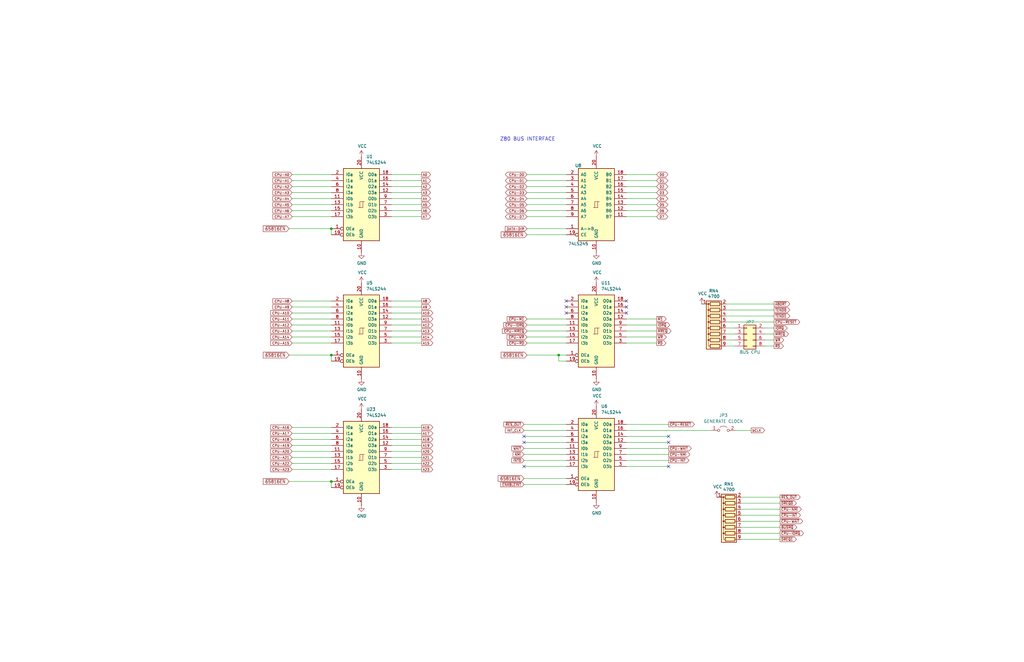
<source format=kicad_sch>
(kicad_sch (version 20211123) (generator eeschema)

  (uuid 86711b3b-1535-4bc5-89de-0c3ad8a96919)

  (paper "B")

  (title_block
    (title "Duodyne 65816 CPU board")
    (date "2023-12-10")
    (rev "V1.00")
  )

  (lib_symbols
    (symbol "74xx:74LS244" (pin_names (offset 1.016)) (in_bom yes) (on_board yes)
      (property "Reference" "U" (id 0) (at -7.62 16.51 0)
        (effects (font (size 1.27 1.27)))
      )
      (property "Value" "74LS244" (id 1) (at -7.62 -16.51 0)
        (effects (font (size 1.27 1.27)))
      )
      (property "Footprint" "" (id 2) (at 0 0 0)
        (effects (font (size 1.27 1.27)) hide)
      )
      (property "Datasheet" "http://www.ti.com/lit/ds/symlink/sn74ls244.pdf" (id 3) (at 0 0 0)
        (effects (font (size 1.27 1.27)) hide)
      )
      (property "ki_keywords" "7400 logic ttl low power schottky" (id 4) (at 0 0 0)
        (effects (font (size 1.27 1.27)) hide)
      )
      (property "ki_description" "Octal Buffer and Line Driver With 3-State Output, active-low enables, non-inverting outputs" (id 5) (at 0 0 0)
        (effects (font (size 1.27 1.27)) hide)
      )
      (property "ki_fp_filters" "DIP?20*" (id 6) (at 0 0 0)
        (effects (font (size 1.27 1.27)) hide)
      )
      (symbol "74LS244_1_0"
        (polyline
          (pts
            (xy -0.635 -1.27)
            (xy -0.635 1.27)
            (xy 0.635 1.27)
          )
          (stroke (width 0) (type default) (color 0 0 0 0))
          (fill (type none))
        )
        (polyline
          (pts
            (xy -1.27 -1.27)
            (xy 0.635 -1.27)
            (xy 0.635 1.27)
            (xy 1.27 1.27)
          )
          (stroke (width 0) (type default) (color 0 0 0 0))
          (fill (type none))
        )
        (pin input inverted (at -12.7 -10.16 0) (length 5.08)
          (name "OEa" (effects (font (size 1.27 1.27))))
          (number "1" (effects (font (size 1.27 1.27))))
        )
        (pin power_in line (at 0 -20.32 90) (length 5.08)
          (name "GND" (effects (font (size 1.27 1.27))))
          (number "10" (effects (font (size 1.27 1.27))))
        )
        (pin input line (at -12.7 2.54 0) (length 5.08)
          (name "I0b" (effects (font (size 1.27 1.27))))
          (number "11" (effects (font (size 1.27 1.27))))
        )
        (pin tri_state line (at 12.7 5.08 180) (length 5.08)
          (name "O3a" (effects (font (size 1.27 1.27))))
          (number "12" (effects (font (size 1.27 1.27))))
        )
        (pin input line (at -12.7 0 0) (length 5.08)
          (name "I1b" (effects (font (size 1.27 1.27))))
          (number "13" (effects (font (size 1.27 1.27))))
        )
        (pin tri_state line (at 12.7 7.62 180) (length 5.08)
          (name "O2a" (effects (font (size 1.27 1.27))))
          (number "14" (effects (font (size 1.27 1.27))))
        )
        (pin input line (at -12.7 -2.54 0) (length 5.08)
          (name "I2b" (effects (font (size 1.27 1.27))))
          (number "15" (effects (font (size 1.27 1.27))))
        )
        (pin tri_state line (at 12.7 10.16 180) (length 5.08)
          (name "O1a" (effects (font (size 1.27 1.27))))
          (number "16" (effects (font (size 1.27 1.27))))
        )
        (pin input line (at -12.7 -5.08 0) (length 5.08)
          (name "I3b" (effects (font (size 1.27 1.27))))
          (number "17" (effects (font (size 1.27 1.27))))
        )
        (pin tri_state line (at 12.7 12.7 180) (length 5.08)
          (name "O0a" (effects (font (size 1.27 1.27))))
          (number "18" (effects (font (size 1.27 1.27))))
        )
        (pin input inverted (at -12.7 -12.7 0) (length 5.08)
          (name "OEb" (effects (font (size 1.27 1.27))))
          (number "19" (effects (font (size 1.27 1.27))))
        )
        (pin input line (at -12.7 12.7 0) (length 5.08)
          (name "I0a" (effects (font (size 1.27 1.27))))
          (number "2" (effects (font (size 1.27 1.27))))
        )
        (pin power_in line (at 0 20.32 270) (length 5.08)
          (name "VCC" (effects (font (size 1.27 1.27))))
          (number "20" (effects (font (size 1.27 1.27))))
        )
        (pin tri_state line (at 12.7 -5.08 180) (length 5.08)
          (name "O3b" (effects (font (size 1.27 1.27))))
          (number "3" (effects (font (size 1.27 1.27))))
        )
        (pin input line (at -12.7 10.16 0) (length 5.08)
          (name "I1a" (effects (font (size 1.27 1.27))))
          (number "4" (effects (font (size 1.27 1.27))))
        )
        (pin tri_state line (at 12.7 -2.54 180) (length 5.08)
          (name "O2b" (effects (font (size 1.27 1.27))))
          (number "5" (effects (font (size 1.27 1.27))))
        )
        (pin input line (at -12.7 7.62 0) (length 5.08)
          (name "I2a" (effects (font (size 1.27 1.27))))
          (number "6" (effects (font (size 1.27 1.27))))
        )
        (pin tri_state line (at 12.7 0 180) (length 5.08)
          (name "O1b" (effects (font (size 1.27 1.27))))
          (number "7" (effects (font (size 1.27 1.27))))
        )
        (pin input line (at -12.7 5.08 0) (length 5.08)
          (name "I3a" (effects (font (size 1.27 1.27))))
          (number "8" (effects (font (size 1.27 1.27))))
        )
        (pin tri_state line (at 12.7 2.54 180) (length 5.08)
          (name "O0b" (effects (font (size 1.27 1.27))))
          (number "9" (effects (font (size 1.27 1.27))))
        )
      )
      (symbol "74LS244_1_1"
        (rectangle (start -7.62 15.24) (end 7.62 -15.24)
          (stroke (width 0.254) (type default) (color 0 0 0 0))
          (fill (type background))
        )
      )
    )
    (symbol "74xx:74LS245" (pin_names (offset 1.016)) (in_bom yes) (on_board yes)
      (property "Reference" "U" (id 0) (at -7.62 16.51 0)
        (effects (font (size 1.27 1.27)))
      )
      (property "Value" "74LS245" (id 1) (at -7.62 -16.51 0)
        (effects (font (size 1.27 1.27)))
      )
      (property "Footprint" "" (id 2) (at 0 0 0)
        (effects (font (size 1.27 1.27)) hide)
      )
      (property "Datasheet" "http://www.ti.com/lit/gpn/sn74LS245" (id 3) (at 0 0 0)
        (effects (font (size 1.27 1.27)) hide)
      )
      (property "ki_locked" "" (id 4) (at 0 0 0)
        (effects (font (size 1.27 1.27)))
      )
      (property "ki_keywords" "TTL BUS 3State" (id 5) (at 0 0 0)
        (effects (font (size 1.27 1.27)) hide)
      )
      (property "ki_description" "Octal BUS Transceivers, 3-State outputs" (id 6) (at 0 0 0)
        (effects (font (size 1.27 1.27)) hide)
      )
      (property "ki_fp_filters" "DIP?20*" (id 7) (at 0 0 0)
        (effects (font (size 1.27 1.27)) hide)
      )
      (symbol "74LS245_1_0"
        (polyline
          (pts
            (xy -0.635 -1.27)
            (xy -0.635 1.27)
            (xy 0.635 1.27)
          )
          (stroke (width 0) (type default) (color 0 0 0 0))
          (fill (type none))
        )
        (polyline
          (pts
            (xy -1.27 -1.27)
            (xy 0.635 -1.27)
            (xy 0.635 1.27)
            (xy 1.27 1.27)
          )
          (stroke (width 0) (type default) (color 0 0 0 0))
          (fill (type none))
        )
        (pin input line (at -12.7 -10.16 0) (length 5.08)
          (name "A->B" (effects (font (size 1.27 1.27))))
          (number "1" (effects (font (size 1.27 1.27))))
        )
        (pin power_in line (at 0 -20.32 90) (length 5.08)
          (name "GND" (effects (font (size 1.27 1.27))))
          (number "10" (effects (font (size 1.27 1.27))))
        )
        (pin tri_state line (at 12.7 -5.08 180) (length 5.08)
          (name "B7" (effects (font (size 1.27 1.27))))
          (number "11" (effects (font (size 1.27 1.27))))
        )
        (pin tri_state line (at 12.7 -2.54 180) (length 5.08)
          (name "B6" (effects (font (size 1.27 1.27))))
          (number "12" (effects (font (size 1.27 1.27))))
        )
        (pin tri_state line (at 12.7 0 180) (length 5.08)
          (name "B5" (effects (font (size 1.27 1.27))))
          (number "13" (effects (font (size 1.27 1.27))))
        )
        (pin tri_state line (at 12.7 2.54 180) (length 5.08)
          (name "B4" (effects (font (size 1.27 1.27))))
          (number "14" (effects (font (size 1.27 1.27))))
        )
        (pin tri_state line (at 12.7 5.08 180) (length 5.08)
          (name "B3" (effects (font (size 1.27 1.27))))
          (number "15" (effects (font (size 1.27 1.27))))
        )
        (pin tri_state line (at 12.7 7.62 180) (length 5.08)
          (name "B2" (effects (font (size 1.27 1.27))))
          (number "16" (effects (font (size 1.27 1.27))))
        )
        (pin tri_state line (at 12.7 10.16 180) (length 5.08)
          (name "B1" (effects (font (size 1.27 1.27))))
          (number "17" (effects (font (size 1.27 1.27))))
        )
        (pin tri_state line (at 12.7 12.7 180) (length 5.08)
          (name "B0" (effects (font (size 1.27 1.27))))
          (number "18" (effects (font (size 1.27 1.27))))
        )
        (pin input inverted (at -12.7 -12.7 0) (length 5.08)
          (name "CE" (effects (font (size 1.27 1.27))))
          (number "19" (effects (font (size 1.27 1.27))))
        )
        (pin tri_state line (at -12.7 12.7 0) (length 5.08)
          (name "A0" (effects (font (size 1.27 1.27))))
          (number "2" (effects (font (size 1.27 1.27))))
        )
        (pin power_in line (at 0 20.32 270) (length 5.08)
          (name "VCC" (effects (font (size 1.27 1.27))))
          (number "20" (effects (font (size 1.27 1.27))))
        )
        (pin tri_state line (at -12.7 10.16 0) (length 5.08)
          (name "A1" (effects (font (size 1.27 1.27))))
          (number "3" (effects (font (size 1.27 1.27))))
        )
        (pin tri_state line (at -12.7 7.62 0) (length 5.08)
          (name "A2" (effects (font (size 1.27 1.27))))
          (number "4" (effects (font (size 1.27 1.27))))
        )
        (pin tri_state line (at -12.7 5.08 0) (length 5.08)
          (name "A3" (effects (font (size 1.27 1.27))))
          (number "5" (effects (font (size 1.27 1.27))))
        )
        (pin tri_state line (at -12.7 2.54 0) (length 5.08)
          (name "A4" (effects (font (size 1.27 1.27))))
          (number "6" (effects (font (size 1.27 1.27))))
        )
        (pin tri_state line (at -12.7 0 0) (length 5.08)
          (name "A5" (effects (font (size 1.27 1.27))))
          (number "7" (effects (font (size 1.27 1.27))))
        )
        (pin tri_state line (at -12.7 -2.54 0) (length 5.08)
          (name "A6" (effects (font (size 1.27 1.27))))
          (number "8" (effects (font (size 1.27 1.27))))
        )
        (pin tri_state line (at -12.7 -5.08 0) (length 5.08)
          (name "A7" (effects (font (size 1.27 1.27))))
          (number "9" (effects (font (size 1.27 1.27))))
        )
      )
      (symbol "74LS245_1_1"
        (rectangle (start -7.62 15.24) (end 7.62 -15.24)
          (stroke (width 0.254) (type default) (color 0 0 0 0))
          (fill (type background))
        )
      )
    )
    (symbol "Connector_Generic:Conn_02x04_Odd_Even" (pin_names (offset 1.016) hide) (in_bom yes) (on_board yes)
      (property "Reference" "J" (id 0) (at 1.27 5.08 0)
        (effects (font (size 1.27 1.27)))
      )
      (property "Value" "Conn_02x04_Odd_Even" (id 1) (at 1.27 -7.62 0)
        (effects (font (size 1.27 1.27)))
      )
      (property "Footprint" "" (id 2) (at 0 0 0)
        (effects (font (size 1.27 1.27)) hide)
      )
      (property "Datasheet" "~" (id 3) (at 0 0 0)
        (effects (font (size 1.27 1.27)) hide)
      )
      (property "ki_keywords" "connector" (id 4) (at 0 0 0)
        (effects (font (size 1.27 1.27)) hide)
      )
      (property "ki_description" "Generic connector, double row, 02x04, odd/even pin numbering scheme (row 1 odd numbers, row 2 even numbers), script generated (kicad-library-utils/schlib/autogen/connector/)" (id 5) (at 0 0 0)
        (effects (font (size 1.27 1.27)) hide)
      )
      (property "ki_fp_filters" "Connector*:*_2x??_*" (id 6) (at 0 0 0)
        (effects (font (size 1.27 1.27)) hide)
      )
      (symbol "Conn_02x04_Odd_Even_1_1"
        (rectangle (start -1.27 -4.953) (end 0 -5.207)
          (stroke (width 0.1524) (type default) (color 0 0 0 0))
          (fill (type none))
        )
        (rectangle (start -1.27 -2.413) (end 0 -2.667)
          (stroke (width 0.1524) (type default) (color 0 0 0 0))
          (fill (type none))
        )
        (rectangle (start -1.27 0.127) (end 0 -0.127)
          (stroke (width 0.1524) (type default) (color 0 0 0 0))
          (fill (type none))
        )
        (rectangle (start -1.27 2.667) (end 0 2.413)
          (stroke (width 0.1524) (type default) (color 0 0 0 0))
          (fill (type none))
        )
        (rectangle (start -1.27 3.81) (end 3.81 -6.35)
          (stroke (width 0.254) (type default) (color 0 0 0 0))
          (fill (type background))
        )
        (rectangle (start 3.81 -4.953) (end 2.54 -5.207)
          (stroke (width 0.1524) (type default) (color 0 0 0 0))
          (fill (type none))
        )
        (rectangle (start 3.81 -2.413) (end 2.54 -2.667)
          (stroke (width 0.1524) (type default) (color 0 0 0 0))
          (fill (type none))
        )
        (rectangle (start 3.81 0.127) (end 2.54 -0.127)
          (stroke (width 0.1524) (type default) (color 0 0 0 0))
          (fill (type none))
        )
        (rectangle (start 3.81 2.667) (end 2.54 2.413)
          (stroke (width 0.1524) (type default) (color 0 0 0 0))
          (fill (type none))
        )
        (pin passive line (at -5.08 2.54 0) (length 3.81)
          (name "Pin_1" (effects (font (size 1.27 1.27))))
          (number "1" (effects (font (size 1.27 1.27))))
        )
        (pin passive line (at 7.62 2.54 180) (length 3.81)
          (name "Pin_2" (effects (font (size 1.27 1.27))))
          (number "2" (effects (font (size 1.27 1.27))))
        )
        (pin passive line (at -5.08 0 0) (length 3.81)
          (name "Pin_3" (effects (font (size 1.27 1.27))))
          (number "3" (effects (font (size 1.27 1.27))))
        )
        (pin passive line (at 7.62 0 180) (length 3.81)
          (name "Pin_4" (effects (font (size 1.27 1.27))))
          (number "4" (effects (font (size 1.27 1.27))))
        )
        (pin passive line (at -5.08 -2.54 0) (length 3.81)
          (name "Pin_5" (effects (font (size 1.27 1.27))))
          (number "5" (effects (font (size 1.27 1.27))))
        )
        (pin passive line (at 7.62 -2.54 180) (length 3.81)
          (name "Pin_6" (effects (font (size 1.27 1.27))))
          (number "6" (effects (font (size 1.27 1.27))))
        )
        (pin passive line (at -5.08 -5.08 0) (length 3.81)
          (name "Pin_7" (effects (font (size 1.27 1.27))))
          (number "7" (effects (font (size 1.27 1.27))))
        )
        (pin passive line (at 7.62 -5.08 180) (length 3.81)
          (name "Pin_8" (effects (font (size 1.27 1.27))))
          (number "8" (effects (font (size 1.27 1.27))))
        )
      )
    )
    (symbol "Device:R_Network08" (pin_names (offset 0) hide) (in_bom yes) (on_board yes)
      (property "Reference" "RN" (id 0) (at -12.7 0 90)
        (effects (font (size 1.27 1.27)))
      )
      (property "Value" "R_Network08" (id 1) (at 10.16 0 90)
        (effects (font (size 1.27 1.27)))
      )
      (property "Footprint" "Resistor_THT:R_Array_SIP9" (id 2) (at 12.065 0 90)
        (effects (font (size 1.27 1.27)) hide)
      )
      (property "Datasheet" "http://www.vishay.com/docs/31509/csc.pdf" (id 3) (at 0 0 0)
        (effects (font (size 1.27 1.27)) hide)
      )
      (property "ki_keywords" "R network star-topology" (id 4) (at 0 0 0)
        (effects (font (size 1.27 1.27)) hide)
      )
      (property "ki_description" "8 resistor network, star topology, bussed resistors, small symbol" (id 5) (at 0 0 0)
        (effects (font (size 1.27 1.27)) hide)
      )
      (property "ki_fp_filters" "R?Array?SIP*" (id 6) (at 0 0 0)
        (effects (font (size 1.27 1.27)) hide)
      )
      (symbol "R_Network08_0_1"
        (rectangle (start -11.43 -3.175) (end 8.89 3.175)
          (stroke (width 0.254) (type default) (color 0 0 0 0))
          (fill (type background))
        )
        (rectangle (start -10.922 1.524) (end -9.398 -2.54)
          (stroke (width 0.254) (type default) (color 0 0 0 0))
          (fill (type none))
        )
        (circle (center -10.16 2.286) (radius 0.254)
          (stroke (width 0) (type default) (color 0 0 0 0))
          (fill (type outline))
        )
        (rectangle (start -8.382 1.524) (end -6.858 -2.54)
          (stroke (width 0.254) (type default) (color 0 0 0 0))
          (fill (type none))
        )
        (circle (center -7.62 2.286) (radius 0.254)
          (stroke (width 0) (type default) (color 0 0 0 0))
          (fill (type outline))
        )
        (rectangle (start -5.842 1.524) (end -4.318 -2.54)
          (stroke (width 0.254) (type default) (color 0 0 0 0))
          (fill (type none))
        )
        (circle (center -5.08 2.286) (radius 0.254)
          (stroke (width 0) (type default) (color 0 0 0 0))
          (fill (type outline))
        )
        (rectangle (start -3.302 1.524) (end -1.778 -2.54)
          (stroke (width 0.254) (type default) (color 0 0 0 0))
          (fill (type none))
        )
        (circle (center -2.54 2.286) (radius 0.254)
          (stroke (width 0) (type default) (color 0 0 0 0))
          (fill (type outline))
        )
        (rectangle (start -0.762 1.524) (end 0.762 -2.54)
          (stroke (width 0.254) (type default) (color 0 0 0 0))
          (fill (type none))
        )
        (polyline
          (pts
            (xy -10.16 -2.54)
            (xy -10.16 -3.81)
          )
          (stroke (width 0) (type default) (color 0 0 0 0))
          (fill (type none))
        )
        (polyline
          (pts
            (xy -7.62 -2.54)
            (xy -7.62 -3.81)
          )
          (stroke (width 0) (type default) (color 0 0 0 0))
          (fill (type none))
        )
        (polyline
          (pts
            (xy -5.08 -2.54)
            (xy -5.08 -3.81)
          )
          (stroke (width 0) (type default) (color 0 0 0 0))
          (fill (type none))
        )
        (polyline
          (pts
            (xy -2.54 -2.54)
            (xy -2.54 -3.81)
          )
          (stroke (width 0) (type default) (color 0 0 0 0))
          (fill (type none))
        )
        (polyline
          (pts
            (xy 0 -2.54)
            (xy 0 -3.81)
          )
          (stroke (width 0) (type default) (color 0 0 0 0))
          (fill (type none))
        )
        (polyline
          (pts
            (xy 2.54 -2.54)
            (xy 2.54 -3.81)
          )
          (stroke (width 0) (type default) (color 0 0 0 0))
          (fill (type none))
        )
        (polyline
          (pts
            (xy 5.08 -2.54)
            (xy 5.08 -3.81)
          )
          (stroke (width 0) (type default) (color 0 0 0 0))
          (fill (type none))
        )
        (polyline
          (pts
            (xy 7.62 -2.54)
            (xy 7.62 -3.81)
          )
          (stroke (width 0) (type default) (color 0 0 0 0))
          (fill (type none))
        )
        (polyline
          (pts
            (xy -10.16 1.524)
            (xy -10.16 2.286)
            (xy -7.62 2.286)
            (xy -7.62 1.524)
          )
          (stroke (width 0) (type default) (color 0 0 0 0))
          (fill (type none))
        )
        (polyline
          (pts
            (xy -7.62 1.524)
            (xy -7.62 2.286)
            (xy -5.08 2.286)
            (xy -5.08 1.524)
          )
          (stroke (width 0) (type default) (color 0 0 0 0))
          (fill (type none))
        )
        (polyline
          (pts
            (xy -5.08 1.524)
            (xy -5.08 2.286)
            (xy -2.54 2.286)
            (xy -2.54 1.524)
          )
          (stroke (width 0) (type default) (color 0 0 0 0))
          (fill (type none))
        )
        (polyline
          (pts
            (xy -2.54 1.524)
            (xy -2.54 2.286)
            (xy 0 2.286)
            (xy 0 1.524)
          )
          (stroke (width 0) (type default) (color 0 0 0 0))
          (fill (type none))
        )
        (polyline
          (pts
            (xy 0 1.524)
            (xy 0 2.286)
            (xy 2.54 2.286)
            (xy 2.54 1.524)
          )
          (stroke (width 0) (type default) (color 0 0 0 0))
          (fill (type none))
        )
        (polyline
          (pts
            (xy 2.54 1.524)
            (xy 2.54 2.286)
            (xy 5.08 2.286)
            (xy 5.08 1.524)
          )
          (stroke (width 0) (type default) (color 0 0 0 0))
          (fill (type none))
        )
        (polyline
          (pts
            (xy 5.08 1.524)
            (xy 5.08 2.286)
            (xy 7.62 2.286)
            (xy 7.62 1.524)
          )
          (stroke (width 0) (type default) (color 0 0 0 0))
          (fill (type none))
        )
        (circle (center 0 2.286) (radius 0.254)
          (stroke (width 0) (type default) (color 0 0 0 0))
          (fill (type outline))
        )
        (rectangle (start 1.778 1.524) (end 3.302 -2.54)
          (stroke (width 0.254) (type default) (color 0 0 0 0))
          (fill (type none))
        )
        (circle (center 2.54 2.286) (radius 0.254)
          (stroke (width 0) (type default) (color 0 0 0 0))
          (fill (type outline))
        )
        (rectangle (start 4.318 1.524) (end 5.842 -2.54)
          (stroke (width 0.254) (type default) (color 0 0 0 0))
          (fill (type none))
        )
        (circle (center 5.08 2.286) (radius 0.254)
          (stroke (width 0) (type default) (color 0 0 0 0))
          (fill (type outline))
        )
        (rectangle (start 6.858 1.524) (end 8.382 -2.54)
          (stroke (width 0.254) (type default) (color 0 0 0 0))
          (fill (type none))
        )
      )
      (symbol "R_Network08_1_1"
        (pin passive line (at -10.16 5.08 270) (length 2.54)
          (name "common" (effects (font (size 1.27 1.27))))
          (number "1" (effects (font (size 1.27 1.27))))
        )
        (pin passive line (at -10.16 -5.08 90) (length 1.27)
          (name "R1" (effects (font (size 1.27 1.27))))
          (number "2" (effects (font (size 1.27 1.27))))
        )
        (pin passive line (at -7.62 -5.08 90) (length 1.27)
          (name "R2" (effects (font (size 1.27 1.27))))
          (number "3" (effects (font (size 1.27 1.27))))
        )
        (pin passive line (at -5.08 -5.08 90) (length 1.27)
          (name "R3" (effects (font (size 1.27 1.27))))
          (number "4" (effects (font (size 1.27 1.27))))
        )
        (pin passive line (at -2.54 -5.08 90) (length 1.27)
          (name "R4" (effects (font (size 1.27 1.27))))
          (number "5" (effects (font (size 1.27 1.27))))
        )
        (pin passive line (at 0 -5.08 90) (length 1.27)
          (name "R5" (effects (font (size 1.27 1.27))))
          (number "6" (effects (font (size 1.27 1.27))))
        )
        (pin passive line (at 2.54 -5.08 90) (length 1.27)
          (name "R6" (effects (font (size 1.27 1.27))))
          (number "7" (effects (font (size 1.27 1.27))))
        )
        (pin passive line (at 5.08 -5.08 90) (length 1.27)
          (name "R7" (effects (font (size 1.27 1.27))))
          (number "8" (effects (font (size 1.27 1.27))))
        )
        (pin passive line (at 7.62 -5.08 90) (length 1.27)
          (name "R8" (effects (font (size 1.27 1.27))))
          (number "9" (effects (font (size 1.27 1.27))))
        )
      )
    )
    (symbol "Jumper:Jumper_2_Open" (pin_names (offset 0) hide) (in_bom yes) (on_board yes)
      (property "Reference" "JP" (id 0) (at 0 2.794 0)
        (effects (font (size 1.27 1.27)))
      )
      (property "Value" "Jumper_2_Open" (id 1) (at 0 -2.286 0)
        (effects (font (size 1.27 1.27)))
      )
      (property "Footprint" "" (id 2) (at 0 0 0)
        (effects (font (size 1.27 1.27)) hide)
      )
      (property "Datasheet" "~" (id 3) (at 0 0 0)
        (effects (font (size 1.27 1.27)) hide)
      )
      (property "ki_keywords" "Jumper SPST" (id 4) (at 0 0 0)
        (effects (font (size 1.27 1.27)) hide)
      )
      (property "ki_description" "Jumper, 2-pole, open" (id 5) (at 0 0 0)
        (effects (font (size 1.27 1.27)) hide)
      )
      (property "ki_fp_filters" "Jumper* TestPoint*2Pads* TestPoint*Bridge*" (id 6) (at 0 0 0)
        (effects (font (size 1.27 1.27)) hide)
      )
      (symbol "Jumper_2_Open_0_0"
        (circle (center -2.032 0) (radius 0.508)
          (stroke (width 0) (type default) (color 0 0 0 0))
          (fill (type none))
        )
        (circle (center 2.032 0) (radius 0.508)
          (stroke (width 0) (type default) (color 0 0 0 0))
          (fill (type none))
        )
      )
      (symbol "Jumper_2_Open_0_1"
        (arc (start 1.524 1.27) (mid 0 1.778) (end -1.524 1.27)
          (stroke (width 0) (type default) (color 0 0 0 0))
          (fill (type none))
        )
      )
      (symbol "Jumper_2_Open_1_1"
        (pin passive line (at -5.08 0 0) (length 2.54)
          (name "A" (effects (font (size 1.27 1.27))))
          (number "1" (effects (font (size 1.27 1.27))))
        )
        (pin passive line (at 5.08 0 180) (length 2.54)
          (name "B" (effects (font (size 1.27 1.27))))
          (number "2" (effects (font (size 1.27 1.27))))
        )
      )
    )
    (symbol "power:GND" (power) (pin_names (offset 0)) (in_bom yes) (on_board yes)
      (property "Reference" "#PWR" (id 0) (at 0 -6.35 0)
        (effects (font (size 1.27 1.27)) hide)
      )
      (property "Value" "GND" (id 1) (at 0 -3.81 0)
        (effects (font (size 1.27 1.27)))
      )
      (property "Footprint" "" (id 2) (at 0 0 0)
        (effects (font (size 1.27 1.27)) hide)
      )
      (property "Datasheet" "" (id 3) (at 0 0 0)
        (effects (font (size 1.27 1.27)) hide)
      )
      (property "ki_keywords" "global power" (id 4) (at 0 0 0)
        (effects (font (size 1.27 1.27)) hide)
      )
      (property "ki_description" "Power symbol creates a global label with name \"GND\" , ground" (id 5) (at 0 0 0)
        (effects (font (size 1.27 1.27)) hide)
      )
      (symbol "GND_0_1"
        (polyline
          (pts
            (xy 0 0)
            (xy 0 -1.27)
            (xy 1.27 -1.27)
            (xy 0 -2.54)
            (xy -1.27 -1.27)
            (xy 0 -1.27)
          )
          (stroke (width 0) (type default) (color 0 0 0 0))
          (fill (type none))
        )
      )
      (symbol "GND_1_1"
        (pin power_in line (at 0 0 270) (length 0) hide
          (name "GND" (effects (font (size 1.27 1.27))))
          (number "1" (effects (font (size 1.27 1.27))))
        )
      )
    )
    (symbol "power:VCC" (power) (pin_names (offset 0)) (in_bom yes) (on_board yes)
      (property "Reference" "#PWR" (id 0) (at 0 -3.81 0)
        (effects (font (size 1.27 1.27)) hide)
      )
      (property "Value" "VCC" (id 1) (at 0 3.81 0)
        (effects (font (size 1.27 1.27)))
      )
      (property "Footprint" "" (id 2) (at 0 0 0)
        (effects (font (size 1.27 1.27)) hide)
      )
      (property "Datasheet" "" (id 3) (at 0 0 0)
        (effects (font (size 1.27 1.27)) hide)
      )
      (property "ki_keywords" "global power" (id 4) (at 0 0 0)
        (effects (font (size 1.27 1.27)) hide)
      )
      (property "ki_description" "Power symbol creates a global label with name \"VCC\"" (id 5) (at 0 0 0)
        (effects (font (size 1.27 1.27)) hide)
      )
      (symbol "VCC_0_1"
        (polyline
          (pts
            (xy -0.762 1.27)
            (xy 0 2.54)
          )
          (stroke (width 0) (type default) (color 0 0 0 0))
          (fill (type none))
        )
        (polyline
          (pts
            (xy 0 0)
            (xy 0 2.54)
          )
          (stroke (width 0) (type default) (color 0 0 0 0))
          (fill (type none))
        )
        (polyline
          (pts
            (xy 0 2.54)
            (xy 0.762 1.27)
          )
          (stroke (width 0) (type default) (color 0 0 0 0))
          (fill (type none))
        )
      )
      (symbol "VCC_1_1"
        (pin power_in line (at 0 0 90) (length 0) hide
          (name "VCC" (effects (font (size 1.27 1.27))))
          (number "1" (effects (font (size 1.27 1.27))))
        )
      )
    )
  )

  (junction (at 139.7 203.2) (diameter 0) (color 0 0 0 0)
    (uuid 25ca1e69-269e-4bda-9034-5043d7f4f63c)
  )
  (junction (at 139.7 96.52) (diameter 0) (color 0 0 0 0)
    (uuid 294e4517-8930-4e83-8146-36a68ba80a98)
  )
  (junction (at 235.585 149.86) (diameter 0) (color 0 0 0 0)
    (uuid 6fd79d3f-e027-49e4-a286-deb8cd8d05de)
  )
  (junction (at 139.7 149.86) (diameter 0) (color 0 0 0 0)
    (uuid 993d826a-18ad-41fc-a2a9-87ca5f54776d)
  )

  (no_connect (at 281.94 184.15) (uuid 0c4cab5e-46b3-4a3a-badd-f722a2f7e10d))
  (no_connect (at 220.98 186.69) (uuid 290e1628-793f-42ee-a439-c2aaf17ae01e))
  (no_connect (at 281.94 186.69) (uuid 32d1f6c6-c6f9-48bc-8914-231c5105613a))
  (no_connect (at 281.94 196.85) (uuid 350f868b-dd34-410a-8182-44ac334caedd))
  (no_connect (at 238.76 132.08) (uuid 82fa33a1-619a-438f-915f-c35255168a29))
  (no_connect (at 220.98 196.85) (uuid 9add1fca-ec9e-4e83-9196-ff7140609291))
  (no_connect (at 238.76 127) (uuid 9dac1f89-fb62-437d-aea3-80784cefd79a))
  (no_connect (at 264.16 129.54) (uuid 9ed1aae3-9058-476b-b63e-9111e8d19ccc))
  (no_connect (at 220.98 184.15) (uuid a6ee8e45-e298-453f-bff6-344544549636))
  (no_connect (at 264.16 127) (uuid ab7bd81a-79ff-45dc-917a-2490f7289dc6))
  (no_connect (at 238.76 129.54) (uuid eaba0660-fa7e-416d-b9ef-f65401531ee3))
  (no_connect (at 264.16 132.08) (uuid f95f7e82-f4ae-4a23-8116-09b81beeadaa))

  (wire (pts (xy 165.1 193.04) (xy 177.8 193.04))
    (stroke (width 0) (type default) (color 0 0 0 0))
    (uuid 02ac17f9-f1f5-435f-bece-5a35669607ec)
  )
  (wire (pts (xy 139.7 96.52) (xy 121.92 96.52))
    (stroke (width 0) (type default) (color 0 0 0 0))
    (uuid 04e4b330-5efd-431f-8b8e-a63ce7bbb8d6)
  )
  (wire (pts (xy 123.19 73.66) (xy 139.7 73.66))
    (stroke (width 0) (type default) (color 0 0 0 0))
    (uuid 08d0aa0f-f890-4d05-bc1d-47b707f7297c)
  )
  (wire (pts (xy 264.16 179.07) (xy 281.94 179.07))
    (stroke (width 0) (type default) (color 0 0 0 0))
    (uuid 092ce644-c3d9-45d0-b0f0-e34adecd5021)
  )
  (wire (pts (xy 312.42 219.964) (xy 328.93 219.964))
    (stroke (width 0) (type default) (color 0 0 0 0))
    (uuid 096e8d10-aa00-4321-81c4-90883f95e83e)
  )
  (wire (pts (xy 165.1 198.12) (xy 177.8 198.12))
    (stroke (width 0) (type default) (color 0 0 0 0))
    (uuid 09c7ea62-c778-4f70-95fe-d0a3084c4b6c)
  )
  (wire (pts (xy 264.16 137.16) (xy 276.86 137.16))
    (stroke (width 0) (type default) (color 0 0 0 0))
    (uuid 1032d00d-e4fe-4a1a-8417-c0fded28c5b5)
  )
  (wire (pts (xy 306.07 143.51) (xy 309.88 143.51))
    (stroke (width 0) (type default) (color 0 0 0 0))
    (uuid 114bed05-e9bc-41da-b093-b47040fa5fe4)
  )
  (wire (pts (xy 123.19 88.9) (xy 139.7 88.9))
    (stroke (width 0) (type default) (color 0 0 0 0))
    (uuid 158648e8-cae7-4097-9358-e61f0838d60d)
  )
  (wire (pts (xy 165.1 195.58) (xy 177.8 195.58))
    (stroke (width 0) (type default) (color 0 0 0 0))
    (uuid 15d940ff-0f0c-477f-9ed0-d31dfc0e7b6d)
  )
  (wire (pts (xy 165.1 76.2) (xy 177.8 76.2))
    (stroke (width 0) (type default) (color 0 0 0 0))
    (uuid 179539f9-08ee-4a5b-998e-a66332e01100)
  )
  (wire (pts (xy 222.25 83.82) (xy 238.76 83.82))
    (stroke (width 0) (type default) (color 0 0 0 0))
    (uuid 18c755f9-7de8-4105-8cbb-f6031f095ba0)
  )
  (wire (pts (xy 264.16 184.15) (xy 281.94 184.15))
    (stroke (width 0) (type default) (color 0 0 0 0))
    (uuid 1a1bc2a8-44ca-4ee5-a957-185c872e6665)
  )
  (wire (pts (xy 222.25 144.78) (xy 238.76 144.78))
    (stroke (width 0) (type default) (color 0 0 0 0))
    (uuid 1a4ce9a9-38f1-4bfa-a730-a6bc69198570)
  )
  (wire (pts (xy 165.1 86.36) (xy 177.8 86.36))
    (stroke (width 0) (type default) (color 0 0 0 0))
    (uuid 1a91ecb9-938f-4bad-b241-121d7f02b5af)
  )
  (wire (pts (xy 165.1 137.16) (xy 177.8 137.16))
    (stroke (width 0) (type default) (color 0 0 0 0))
    (uuid 1ba1aa5b-1483-4dce-ba7e-051ddc4a2d7b)
  )
  (wire (pts (xy 165.1 129.54) (xy 177.8 129.54))
    (stroke (width 0) (type default) (color 0 0 0 0))
    (uuid 1be3c946-9ba1-4416-acff-871a49c6ae89)
  )
  (wire (pts (xy 264.16 196.85) (xy 281.94 196.85))
    (stroke (width 0) (type default) (color 0 0 0 0))
    (uuid 26bbbb66-2ad8-4db7-be43-2421a374bb2a)
  )
  (wire (pts (xy 322.58 138.43) (xy 326.39 138.43))
    (stroke (width 0) (type default) (color 0 0 0 0))
    (uuid 2b218b82-6d06-4c44-b220-da939e5249b4)
  )
  (wire (pts (xy 322.58 146.05) (xy 326.39 146.05))
    (stroke (width 0) (type default) (color 0 0 0 0))
    (uuid 2e62ae87-c9f9-4726-9d47-16f7a09d52d2)
  )
  (wire (pts (xy 123.19 195.58) (xy 139.7 195.58))
    (stroke (width 0) (type default) (color 0 0 0 0))
    (uuid 31b04488-6850-4e76-9a4b-f6302c18fef6)
  )
  (wire (pts (xy 165.1 182.88) (xy 177.8 182.88))
    (stroke (width 0) (type default) (color 0 0 0 0))
    (uuid 31ff78b7-7b07-4212-94d5-4da337db5e1c)
  )
  (wire (pts (xy 312.42 225.044) (xy 328.93 225.044))
    (stroke (width 0) (type default) (color 0 0 0 0))
    (uuid 32d28439-15f7-40fe-9b42-124409b4d331)
  )
  (wire (pts (xy 123.19 81.28) (xy 139.7 81.28))
    (stroke (width 0) (type default) (color 0 0 0 0))
    (uuid 33280c30-235a-454e-88cb-1398f0f661cd)
  )
  (wire (pts (xy 165.1 139.7) (xy 177.8 139.7))
    (stroke (width 0) (type default) (color 0 0 0 0))
    (uuid 3a38041f-08d8-4c07-8976-c8de4f03135c)
  )
  (wire (pts (xy 123.19 76.2) (xy 139.7 76.2))
    (stroke (width 0) (type default) (color 0 0 0 0))
    (uuid 3a69a411-6516-4d60-af33-5ae9cd9be0f1)
  )
  (wire (pts (xy 165.1 127) (xy 177.8 127))
    (stroke (width 0) (type default) (color 0 0 0 0))
    (uuid 3ec7a1de-8dd0-4e42-8dff-1306f52a8a2c)
  )
  (wire (pts (xy 165.1 73.66) (xy 177.8 73.66))
    (stroke (width 0) (type default) (color 0 0 0 0))
    (uuid 42d4c421-e8a2-4f31-afd3-b17c01a74311)
  )
  (wire (pts (xy 222.25 81.28) (xy 238.76 81.28))
    (stroke (width 0) (type default) (color 0 0 0 0))
    (uuid 436b9165-a2ac-4e44-ad48-0841aaf5d4a4)
  )
  (wire (pts (xy 264.16 86.36) (xy 276.86 86.36))
    (stroke (width 0) (type default) (color 0 0 0 0))
    (uuid 44e286f4-c8d3-4a3c-9978-67c21c02ddc9)
  )
  (wire (pts (xy 139.7 152.4) (xy 139.7 149.86))
    (stroke (width 0) (type default) (color 0 0 0 0))
    (uuid 4809bddf-eb03-4340-98f0-ffcf06f0c71a)
  )
  (wire (pts (xy 312.42 209.804) (xy 328.93 209.804))
    (stroke (width 0) (type default) (color 0 0 0 0))
    (uuid 4a54272c-7543-4d01-a28a-bf1b9c81e8f6)
  )
  (wire (pts (xy 306.07 140.97) (xy 309.88 140.97))
    (stroke (width 0) (type default) (color 0 0 0 0))
    (uuid 4b15ecf2-f38f-480f-bf4d-e14dae93d162)
  )
  (wire (pts (xy 222.25 137.16) (xy 238.76 137.16))
    (stroke (width 0) (type default) (color 0 0 0 0))
    (uuid 4b36d0f3-62c4-4a8b-bad4-f9708e15df72)
  )
  (wire (pts (xy 123.19 91.44) (xy 139.7 91.44))
    (stroke (width 0) (type default) (color 0 0 0 0))
    (uuid 4b9fb86e-8036-47cb-8fb9-3e71e1da079a)
  )
  (wire (pts (xy 281.94 191.77) (xy 264.16 191.77))
    (stroke (width 0) (type default) (color 0 0 0 0))
    (uuid 4c80cc59-b5cd-4298-bb8f-15f583ee28fe)
  )
  (wire (pts (xy 238.76 134.62) (xy 222.25 134.62))
    (stroke (width 0) (type default) (color 0 0 0 0))
    (uuid 4dfd1c7f-69a1-4f86-bf78-c1a59b2b4503)
  )
  (wire (pts (xy 306.07 146.05) (xy 309.88 146.05))
    (stroke (width 0) (type default) (color 0 0 0 0))
    (uuid 4e04cd1b-a7cc-4ff1-84b6-0b40ab88d616)
  )
  (wire (pts (xy 222.25 76.2) (xy 238.76 76.2))
    (stroke (width 0) (type default) (color 0 0 0 0))
    (uuid 4e84bae2-c63a-48d0-89e9-7e9dbbba6de2)
  )
  (wire (pts (xy 264.16 81.28) (xy 276.86 81.28))
    (stroke (width 0) (type default) (color 0 0 0 0))
    (uuid 4ebccdb1-6736-4597-8063-bcdc84f6c1b9)
  )
  (wire (pts (xy 139.7 149.86) (xy 121.92 149.86))
    (stroke (width 0) (type default) (color 0 0 0 0))
    (uuid 513c5fbd-6aec-4336-adf7-6300113365fc)
  )
  (wire (pts (xy 264.16 142.24) (xy 276.86 142.24))
    (stroke (width 0) (type default) (color 0 0 0 0))
    (uuid 52fc0902-5885-4328-8d0e-bc4863d13dc5)
  )
  (wire (pts (xy 222.25 86.36) (xy 238.76 86.36))
    (stroke (width 0) (type default) (color 0 0 0 0))
    (uuid 53cce825-ee62-47b5-8456-0d8374d10ee9)
  )
  (wire (pts (xy 264.16 181.61) (xy 299.974 181.61))
    (stroke (width 0) (type default) (color 0 0 0 0))
    (uuid 59d6058a-54d6-47e0-9869-37b027f81245)
  )
  (wire (pts (xy 220.98 204.47) (xy 238.76 204.47))
    (stroke (width 0) (type default) (color 0 0 0 0))
    (uuid 5a5e8836-8011-4505-8a27-fb867cf35edb)
  )
  (wire (pts (xy 264.16 134.62) (xy 276.86 134.62))
    (stroke (width 0) (type default) (color 0 0 0 0))
    (uuid 5b7ffff6-b360-4888-8f47-0cfcd27c7d51)
  )
  (wire (pts (xy 222.25 142.24) (xy 238.76 142.24))
    (stroke (width 0) (type default) (color 0 0 0 0))
    (uuid 5dc43dc7-14d6-4ab8-946f-c55e17ff86fe)
  )
  (wire (pts (xy 123.19 129.54) (xy 139.7 129.54))
    (stroke (width 0) (type default) (color 0 0 0 0))
    (uuid 5f98d448-15f5-4fdc-a456-7b4850437159)
  )
  (wire (pts (xy 123.19 83.82) (xy 139.7 83.82))
    (stroke (width 0) (type default) (color 0 0 0 0))
    (uuid 67857644-2e94-425b-8363-6b094d3cb69b)
  )
  (wire (pts (xy 123.19 198.12) (xy 139.7 198.12))
    (stroke (width 0) (type default) (color 0 0 0 0))
    (uuid 6943f4a5-5992-4eac-98e3-5117ad4f687b)
  )
  (wire (pts (xy 264.16 88.9) (xy 276.86 88.9))
    (stroke (width 0) (type default) (color 0 0 0 0))
    (uuid 70c2cb1a-48ca-4ded-8944-8a979bd3d07d)
  )
  (wire (pts (xy 165.1 187.96) (xy 177.8 187.96))
    (stroke (width 0) (type default) (color 0 0 0 0))
    (uuid 716b41c8-59c9-4160-bfc6-09b97b3b70f9)
  )
  (wire (pts (xy 123.19 137.16) (xy 139.7 137.16))
    (stroke (width 0) (type default) (color 0 0 0 0))
    (uuid 73b4759e-0f99-432b-a44a-9494ca5b19c9)
  )
  (wire (pts (xy 165.1 88.9) (xy 177.8 88.9))
    (stroke (width 0) (type default) (color 0 0 0 0))
    (uuid 7c70e36b-1b25-410c-8425-8d3f36381010)
  )
  (wire (pts (xy 312.42 212.344) (xy 328.93 212.344))
    (stroke (width 0) (type default) (color 0 0 0 0))
    (uuid 7d5b14ad-435b-43e9-a937-91b75c50c6da)
  )
  (wire (pts (xy 222.25 73.66) (xy 238.76 73.66))
    (stroke (width 0) (type default) (color 0 0 0 0))
    (uuid 7f2296a9-b435-44cf-8e43-80130c6f67de)
  )
  (wire (pts (xy 281.94 189.23) (xy 264.16 189.23))
    (stroke (width 0) (type default) (color 0 0 0 0))
    (uuid 7f23fe9a-69ef-4b11-800a-aedc1cc707f2)
  )
  (wire (pts (xy 123.19 132.08) (xy 139.7 132.08))
    (stroke (width 0) (type default) (color 0 0 0 0))
    (uuid 81c8189f-3c9d-487c-9b40-1dac0e23ffa0)
  )
  (wire (pts (xy 165.1 91.44) (xy 177.8 91.44))
    (stroke (width 0) (type default) (color 0 0 0 0))
    (uuid 82bdd3bd-fd42-426b-9a6b-c84b627ab796)
  )
  (wire (pts (xy 222.25 149.86) (xy 235.585 149.86))
    (stroke (width 0) (type default) (color 0 0 0 0))
    (uuid 8464486d-4d7d-484e-912e-a7a13b5c9c9f)
  )
  (wire (pts (xy 220.98 191.77) (xy 238.76 191.77))
    (stroke (width 0) (type default) (color 0 0 0 0))
    (uuid 866fa520-7af5-49df-ba40-3ea89b3d524a)
  )
  (wire (pts (xy 165.1 78.74) (xy 177.8 78.74))
    (stroke (width 0) (type default) (color 0 0 0 0))
    (uuid 86d8ed01-d51d-42e0-8233-d59bf7a0b3a9)
  )
  (wire (pts (xy 165.1 144.78) (xy 177.8 144.78))
    (stroke (width 0) (type default) (color 0 0 0 0))
    (uuid 86f69685-fb0c-43a4-884e-e033d8c00ad5)
  )
  (wire (pts (xy 165.1 81.28) (xy 177.8 81.28))
    (stroke (width 0) (type default) (color 0 0 0 0))
    (uuid 895183e1-8fe4-4adc-8288-04056d6592c9)
  )
  (wire (pts (xy 322.58 143.51) (xy 326.39 143.51))
    (stroke (width 0) (type default) (color 0 0 0 0))
    (uuid 8ab5fa98-c163-4ce5-ad46-f55af1fc483d)
  )
  (wire (pts (xy 123.19 187.96) (xy 139.7 187.96))
    (stroke (width 0) (type default) (color 0 0 0 0))
    (uuid 8ad67083-a27a-4624-b7fa-3f2470681012)
  )
  (wire (pts (xy 264.16 139.7) (xy 276.86 139.7))
    (stroke (width 0) (type default) (color 0 0 0 0))
    (uuid 8d5b48c3-ef81-4673-aa32-e1f0d56806b1)
  )
  (wire (pts (xy 222.25 99.06) (xy 238.76 99.06))
    (stroke (width 0) (type default) (color 0 0 0 0))
    (uuid 8d8bd123-bb91-4029-9542-b8f11d33e6f4)
  )
  (wire (pts (xy 306.07 138.43) (xy 309.88 138.43))
    (stroke (width 0) (type default) (color 0 0 0 0))
    (uuid 90d2febf-6d5d-4275-8d02-9b08a446e5e5)
  )
  (wire (pts (xy 264.16 83.82) (xy 276.86 83.82))
    (stroke (width 0) (type default) (color 0 0 0 0))
    (uuid 9318bd76-c7c6-45b2-8d21-3d075673a4a3)
  )
  (wire (pts (xy 306.07 135.89) (xy 326.39 135.89))
    (stroke (width 0) (type default) (color 0 0 0 0))
    (uuid 93e56b57-61bc-4ce2-8bb6-313b83266c3e)
  )
  (wire (pts (xy 165.1 134.62) (xy 177.8 134.62))
    (stroke (width 0) (type default) (color 0 0 0 0))
    (uuid 96b9708e-6d0f-46a4-9124-147ecfffdba8)
  )
  (wire (pts (xy 165.1 83.82) (xy 177.8 83.82))
    (stroke (width 0) (type default) (color 0 0 0 0))
    (uuid 96f72c79-8755-4a45-89c5-010509d6252a)
  )
  (wire (pts (xy 165.1 185.42) (xy 177.8 185.42))
    (stroke (width 0) (type default) (color 0 0 0 0))
    (uuid 9705603f-5a48-402f-b9e9-2f1f42792962)
  )
  (wire (pts (xy 312.42 227.584) (xy 328.93 227.584))
    (stroke (width 0) (type default) (color 0 0 0 0))
    (uuid 9a1f3ac2-6ec6-4848-87f6-823c636619c8)
  )
  (wire (pts (xy 165.1 142.24) (xy 177.8 142.24))
    (stroke (width 0) (type default) (color 0 0 0 0))
    (uuid 9a833c25-a034-4eca-8d1f-0c7807510b7d)
  )
  (wire (pts (xy 264.16 194.31) (xy 281.94 194.31))
    (stroke (width 0) (type default) (color 0 0 0 0))
    (uuid 9b789f97-baa6-46a2-a5a2-78948d0b2802)
  )
  (wire (pts (xy 220.98 186.69) (xy 238.76 186.69))
    (stroke (width 0) (type default) (color 0 0 0 0))
    (uuid 9bba0fc3-c1b7-4437-85e2-fa380b145f1e)
  )
  (wire (pts (xy 264.16 186.69) (xy 281.94 186.69))
    (stroke (width 0) (type default) (color 0 0 0 0))
    (uuid 9c31fbf2-f65f-4b72-8731-40f036bbb186)
  )
  (wire (pts (xy 123.19 144.78) (xy 139.7 144.78))
    (stroke (width 0) (type default) (color 0 0 0 0))
    (uuid 9df09775-e8af-4391-b180-b89e7a6a70c1)
  )
  (wire (pts (xy 306.07 133.35) (xy 326.39 133.35))
    (stroke (width 0) (type default) (color 0 0 0 0))
    (uuid 9ef3debf-2748-495d-8c0b-3cc8268e2092)
  )
  (wire (pts (xy 312.42 217.424) (xy 328.93 217.424))
    (stroke (width 0) (type default) (color 0 0 0 0))
    (uuid a39a8338-fe28-4cd5-8c5d-d24dc1b486d0)
  )
  (wire (pts (xy 222.25 139.7) (xy 238.76 139.7))
    (stroke (width 0) (type default) (color 0 0 0 0))
    (uuid a411c33a-fb9a-482b-8729-1771b4786c79)
  )
  (wire (pts (xy 139.7 205.74) (xy 139.7 203.2))
    (stroke (width 0) (type default) (color 0 0 0 0))
    (uuid a49eebd6-c000-423c-a17e-25e5e15e3f82)
  )
  (wire (pts (xy 123.19 180.34) (xy 139.7 180.34))
    (stroke (width 0) (type default) (color 0 0 0 0))
    (uuid a5064d38-e6ea-4214-9c21-c7611ca196cd)
  )
  (wire (pts (xy 123.19 139.7) (xy 139.7 139.7))
    (stroke (width 0) (type default) (color 0 0 0 0))
    (uuid aa8543db-07b1-4086-8e39-be031d1343da)
  )
  (wire (pts (xy 123.19 185.42) (xy 139.7 185.42))
    (stroke (width 0) (type default) (color 0 0 0 0))
    (uuid ad3a77b4-cfd8-434a-b2aa-a550716ca182)
  )
  (wire (pts (xy 235.585 152.4) (xy 235.585 149.86))
    (stroke (width 0) (type default) (color 0 0 0 0))
    (uuid b168ed7f-2c63-4dbc-90bf-bf3adb3795ed)
  )
  (wire (pts (xy 220.98 184.15) (xy 238.76 184.15))
    (stroke (width 0) (type default) (color 0 0 0 0))
    (uuid b2f85b35-22ce-4731-826f-3e0e17329223)
  )
  (wire (pts (xy 165.1 180.34) (xy 177.8 180.34))
    (stroke (width 0) (type default) (color 0 0 0 0))
    (uuid b46a16c4-aac8-4f8c-8d41-3a6b9aca93fd)
  )
  (wire (pts (xy 123.19 193.04) (xy 139.7 193.04))
    (stroke (width 0) (type default) (color 0 0 0 0))
    (uuid bdab595a-3c19-471f-8444-3437df92581d)
  )
  (wire (pts (xy 322.58 140.97) (xy 326.39 140.97))
    (stroke (width 0) (type default) (color 0 0 0 0))
    (uuid bdb90e56-1c67-46ea-b9a5-ac6da7adee68)
  )
  (wire (pts (xy 139.7 203.2) (xy 121.92 203.2))
    (stroke (width 0) (type default) (color 0 0 0 0))
    (uuid c2a49099-0713-44e2-b595-6d0418596f01)
  )
  (wire (pts (xy 220.98 179.07) (xy 238.76 179.07))
    (stroke (width 0) (type default) (color 0 0 0 0))
    (uuid c5bfe2f4-2bc2-4d5e-8554-d1db18ebc03c)
  )
  (wire (pts (xy 220.98 194.31) (xy 238.76 194.31))
    (stroke (width 0) (type default) (color 0 0 0 0))
    (uuid c6e83c81-8297-42d9-b790-0102f666dda3)
  )
  (wire (pts (xy 238.76 152.4) (xy 235.585 152.4))
    (stroke (width 0) (type default) (color 0 0 0 0))
    (uuid cd446b8a-c08c-42cd-a9a3-cf412885f2b4)
  )
  (wire (pts (xy 123.19 134.62) (xy 139.7 134.62))
    (stroke (width 0) (type default) (color 0 0 0 0))
    (uuid cd9d873d-ee04-4d18-bf12-846ef915d9cf)
  )
  (wire (pts (xy 165.1 132.08) (xy 177.8 132.08))
    (stroke (width 0) (type default) (color 0 0 0 0))
    (uuid cf365fb4-cc92-44de-8be8-11af12ee3c33)
  )
  (wire (pts (xy 220.98 201.93) (xy 238.76 201.93))
    (stroke (width 0) (type default) (color 0 0 0 0))
    (uuid d1e40e6d-0139-4a5e-be1d-e4a8b29774d0)
  )
  (wire (pts (xy 264.16 76.2) (xy 276.86 76.2))
    (stroke (width 0) (type default) (color 0 0 0 0))
    (uuid d42ab84b-a771-4a3a-88df-9fc17a349d7e)
  )
  (wire (pts (xy 264.16 73.66) (xy 276.86 73.66))
    (stroke (width 0) (type default) (color 0 0 0 0))
    (uuid d51b0c4d-e59d-4865-8b13-8f9cd8620fb6)
  )
  (wire (pts (xy 222.25 96.52) (xy 238.76 96.52))
    (stroke (width 0) (type default) (color 0 0 0 0))
    (uuid d6b4375b-b99a-4598-9cb3-0e1c5a046ba8)
  )
  (wire (pts (xy 123.19 190.5) (xy 139.7 190.5))
    (stroke (width 0) (type default) (color 0 0 0 0))
    (uuid d6e182e0-a264-4bbb-ba73-e15c7cf41177)
  )
  (wire (pts (xy 264.16 91.44) (xy 276.86 91.44))
    (stroke (width 0) (type default) (color 0 0 0 0))
    (uuid d6e846da-262d-48a8-b5f6-3edaf58602ff)
  )
  (wire (pts (xy 165.1 190.5) (xy 177.8 190.5))
    (stroke (width 0) (type default) (color 0 0 0 0))
    (uuid d77e38fe-507b-4066-bcfd-e49dae3b3cfc)
  )
  (wire (pts (xy 235.585 149.86) (xy 238.76 149.86))
    (stroke (width 0) (type default) (color 0 0 0 0))
    (uuid d8fbedd9-bbf3-4187-842a-3510bcba1e5f)
  )
  (wire (pts (xy 220.98 196.85) (xy 238.76 196.85))
    (stroke (width 0) (type default) (color 0 0 0 0))
    (uuid d9dacd78-e598-4068-b271-d7b29bc9e001)
  )
  (wire (pts (xy 123.19 142.24) (xy 139.7 142.24))
    (stroke (width 0) (type default) (color 0 0 0 0))
    (uuid e0d7dc1f-294a-4940-afc4-95d795dba737)
  )
  (wire (pts (xy 306.07 128.27) (xy 326.39 128.27))
    (stroke (width 0) (type default) (color 0 0 0 0))
    (uuid e1432007-64cb-4a3d-8884-26a22b5c8721)
  )
  (wire (pts (xy 123.19 127) (xy 139.7 127))
    (stroke (width 0) (type default) (color 0 0 0 0))
    (uuid e44d253d-2f00-4b8b-b332-15c04f4d9d79)
  )
  (wire (pts (xy 310.134 181.61) (xy 316.738 181.61))
    (stroke (width 0) (type default) (color 0 0 0 0))
    (uuid e5ff481a-a778-41dc-a3c2-66aa58d9bc31)
  )
  (wire (pts (xy 264.16 144.78) (xy 276.86 144.78))
    (stroke (width 0) (type default) (color 0 0 0 0))
    (uuid e71fcc63-8880-4190-94f0-dfbbc361e80a)
  )
  (wire (pts (xy 222.25 78.74) (xy 238.76 78.74))
    (stroke (width 0) (type default) (color 0 0 0 0))
    (uuid e814e6c8-0470-4170-b079-dccff3e54c28)
  )
  (wire (pts (xy 123.19 182.88) (xy 139.7 182.88))
    (stroke (width 0) (type default) (color 0 0 0 0))
    (uuid e83fccc3-e3bd-481b-87be-40b5885b8537)
  )
  (wire (pts (xy 264.16 78.74) (xy 276.86 78.74))
    (stroke (width 0) (type default) (color 0 0 0 0))
    (uuid eac08988-4f9c-4688-9483-3035b0f4c605)
  )
  (wire (pts (xy 306.07 130.81) (xy 326.39 130.81))
    (stroke (width 0) (type default) (color 0 0 0 0))
    (uuid ec256fb4-0aa8-4a02-be67-0dbd94aac7ff)
  )
  (wire (pts (xy 139.7 99.06) (xy 139.7 96.52))
    (stroke (width 0) (type default) (color 0 0 0 0))
    (uuid ed38e31f-efc6-45f3-b867-e02c24a5fbdb)
  )
  (wire (pts (xy 123.19 86.36) (xy 139.7 86.36))
    (stroke (width 0) (type default) (color 0 0 0 0))
    (uuid ed622f93-ffba-41d5-93c6-750549f6993e)
  )
  (wire (pts (xy 312.42 222.504) (xy 328.93 222.504))
    (stroke (width 0) (type default) (color 0 0 0 0))
    (uuid ee75b635-ef07-4a6a-a846-4cd0bfeb477b)
  )
  (wire (pts (xy 312.42 214.884) (xy 328.93 214.884))
    (stroke (width 0) (type default) (color 0 0 0 0))
    (uuid ef33361a-9903-4f1e-8e9f-61fbe97b82d9)
  )
  (wire (pts (xy 123.19 78.74) (xy 139.7 78.74))
    (stroke (width 0) (type default) (color 0 0 0 0))
    (uuid f021528c-5bec-4b53-a875-15e135a9a0cd)
  )
  (wire (pts (xy 220.98 181.61) (xy 238.76 181.61))
    (stroke (width 0) (type default) (color 0 0 0 0))
    (uuid f59425e2-5166-4f77-ac4e-b192968977f6)
  )
  (wire (pts (xy 220.98 189.23) (xy 238.76 189.23))
    (stroke (width 0) (type default) (color 0 0 0 0))
    (uuid f5a9dbd9-9e4f-4ca3-8d06-38d87be01d30)
  )
  (wire (pts (xy 222.25 91.44) (xy 238.76 91.44))
    (stroke (width 0) (type default) (color 0 0 0 0))
    (uuid f612e53b-5fb0-41fa-953f-bfe2257f0620)
  )
  (wire (pts (xy 222.25 88.9) (xy 238.76 88.9))
    (stroke (width 0) (type default) (color 0 0 0 0))
    (uuid faa476b1-92da-49fc-8d08-ae13958761fd)
  )

  (text "Z80 BUS INTERFACE" (at 210.82 59.69 0)
    (effects (font (size 1.524 1.524)) (justify left bottom))
    (uuid d75c3abc-a5b6-43e3-b467-e26d1d69b195)
  )

  (global_label "~{ABORT}" (shape output) (at 326.39 128.27 0) (fields_autoplaced)
    (effects (font (size 1.016 1.016)) (justify left))
    (uuid 038dd3fb-b8fe-41b5-ab3e-546b89f65389)
    (property "Intersheet References" "${INTERSHEET_REFS}" (id 0) (at 332.9906 128.3335 0)
      (effects (font (size 1.016 1.016)) (justify left) hide)
    )
  )
  (global_label "A9" (shape output) (at 177.8 129.54 0) (fields_autoplaced)
    (effects (font (size 1.016 1.016)) (justify left))
    (uuid 06a7942a-c0e9-4bfe-bc62-a3a395d4fd8d)
    (property "Intersheet References" "${INTERSHEET_REFS}" (id 0) (at 0 0 0)
      (effects (font (size 1.27 1.27)) hide)
    )
  )
  (global_label "CPU-A20" (shape input) (at 123.19 190.5 180) (fields_autoplaced)
    (effects (font (size 1.016 1.016)) (justify right))
    (uuid 08756350-cb3c-4c72-a210-4c5c894b7421)
    (property "Intersheet References" "${INTERSHEET_REFS}" (id 0) (at 114.1703 190.4365 0)
      (effects (font (size 1.016 1.016)) (justify right) hide)
    )
  )
  (global_label "~{65816EN}" (shape input) (at 222.25 149.86 180) (fields_autoplaced)
    (effects (font (size 1.27 1.27)) (justify right))
    (uuid 08ea3d7a-893f-4f5a-b8f3-43736223ef1e)
    (property "Intersheet References" "${INTERSHEET_REFS}" (id 0) (at 211.3987 149.7806 0)
      (effects (font (size 1.27 1.27)) (justify right) hide)
    )
  )
  (global_label "D1" (shape bidirectional) (at 276.86 76.2 0) (fields_autoplaced)
    (effects (font (size 1.016 1.016)) (justify left))
    (uuid 092160c9-b42d-423e-99fa-76735baba5eb)
    (property "Intersheet References" "${INTERSHEET_REFS}" (id 0) (at 0 0 0)
      (effects (font (size 1.27 1.27)) hide)
    )
  )
  (global_label "~{CPU-WAIT}" (shape output) (at 281.94 189.23 0) (fields_autoplaced)
    (effects (font (size 1.016 1.016)) (justify left))
    (uuid 0e147d65-60e2-4287-90f3-7a1dfec8f7ab)
    (property "Intersheet References" "${INTERSHEET_REFS}" (id 0) (at 0 0 0)
      (effects (font (size 1.27 1.27)) hide)
    )
  )
  (global_label "A19" (shape output) (at 177.8 187.96 0) (fields_autoplaced)
    (effects (font (size 1.016 1.016)) (justify left))
    (uuid 11bc9221-e57b-457f-abf3-79b25ce0887a)
    (property "Intersheet References" "${INTERSHEET_REFS}" (id 0) (at 0 0 0)
      (effects (font (size 1.27 1.27)) hide)
    )
  )
  (global_label "~{RD}" (shape output) (at 276.86 144.78 0) (fields_autoplaced)
    (effects (font (size 1.016 1.016)) (justify left))
    (uuid 15748ac8-0f8e-4777-b498-342bd097f563)
    (property "Intersheet References" "${INTERSHEET_REFS}" (id 0) (at 0 0 0)
      (effects (font (size 1.27 1.27)) hide)
    )
  )
  (global_label "~{TEND1}" (shape output) (at 326.39 133.35 0) (fields_autoplaced)
    (effects (font (size 1.016 1.016)) (justify left))
    (uuid 15fe2eee-cdde-4d04-93af-5f8beb9fdd1d)
    (property "Intersheet References" "${INTERSHEET_REFS}" (id 0) (at 0 0 0)
      (effects (font (size 1.27 1.27)) hide)
    )
  )
  (global_label "CPU-A16" (shape input) (at 123.19 180.34 180) (fields_autoplaced)
    (effects (font (size 1.016 1.016)) (justify right))
    (uuid 1683e7d3-058e-4887-89b0-3cbc5446fdd3)
    (property "Intersheet References" "${INTERSHEET_REFS}" (id 0) (at 114.1703 180.2765 0)
      (effects (font (size 1.016 1.016)) (justify right) hide)
    )
  )
  (global_label "~{NMI}" (shape input) (at 220.98 191.77 180) (fields_autoplaced)
    (effects (font (size 1.016 1.016)) (justify right))
    (uuid 1da53325-ddf3-4354-a001-a88ae35c202f)
    (property "Intersheet References" "${INTERSHEET_REFS}" (id 0) (at 0 7.62 0)
      (effects (font (size 1.27 1.27)) hide)
    )
  )
  (global_label "~{CPU-IORQ}" (shape input) (at 222.25 137.16 180) (fields_autoplaced)
    (effects (font (size 1.016 1.016)) (justify right))
    (uuid 24ef6c19-b62b-4caa-b976-e73dab77d9ec)
    (property "Intersheet References" "${INTERSHEET_REFS}" (id 0) (at 0 0 0)
      (effects (font (size 1.27 1.27)) hide)
    )
  )
  (global_label "A16" (shape output) (at 177.8 180.34 0) (fields_autoplaced)
    (effects (font (size 1.016 1.016)) (justify left))
    (uuid 28272f00-9765-4812-8046-8720569e16e5)
    (property "Intersheet References" "${INTERSHEET_REFS}" (id 0) (at 0 0 0)
      (effects (font (size 1.27 1.27)) hide)
    )
  )
  (global_label "CPU-A22" (shape input) (at 123.19 195.58 180) (fields_autoplaced)
    (effects (font (size 1.016 1.016)) (justify right))
    (uuid 2eb45712-ccc0-487b-b16b-d9d074f23d4c)
    (property "Intersheet References" "${INTERSHEET_REFS}" (id 0) (at 114.1703 195.5165 0)
      (effects (font (size 1.016 1.016)) (justify right) hide)
    )
  )
  (global_label "CPU-A14" (shape input) (at 123.19 142.24 180) (fields_autoplaced)
    (effects (font (size 1.016 1.016)) (justify right))
    (uuid 306bb3f8-c7cf-46ad-bc6d-669a1dfbd841)
    (property "Intersheet References" "${INTERSHEET_REFS}" (id 0) (at 114.1703 142.1765 0)
      (effects (font (size 1.016 1.016)) (justify right) hide)
    )
  )
  (global_label "~{CPU-M1}" (shape input) (at 222.25 134.62 180) (fields_autoplaced)
    (effects (font (size 1.016 1.016)) (justify right))
    (uuid 3342d6c0-7863-44b5-95f7-7208a834b6cd)
    (property "Intersheet References" "${INTERSHEET_REFS}" (id 0) (at 0 0 0)
      (effects (font (size 1.27 1.27)) hide)
    )
  )
  (global_label "CPU-A11" (shape input) (at 123.19 134.62 180) (fields_autoplaced)
    (effects (font (size 1.016 1.016)) (justify right))
    (uuid 34e2a4b4-dd70-42c6-9958-879a95af01dd)
    (property "Intersheet References" "${INTERSHEET_REFS}" (id 0) (at 0 0 0)
      (effects (font (size 1.27 1.27)) hide)
    )
  )
  (global_label "CPU-A15" (shape input) (at 123.19 144.78 180) (fields_autoplaced)
    (effects (font (size 1.016 1.016)) (justify right))
    (uuid 35855df8-8fab-4381-ac57-9d225a00d5a0)
    (property "Intersheet References" "${INTERSHEET_REFS}" (id 0) (at 114.1703 144.7165 0)
      (effects (font (size 1.016 1.016)) (justify right) hide)
    )
  )
  (global_label "CPU-A23" (shape input) (at 123.19 198.12 180) (fields_autoplaced)
    (effects (font (size 1.016 1.016)) (justify right))
    (uuid 359ae344-2fb9-48be-8f99-eb1d7e2d737b)
    (property "Intersheet References" "${INTERSHEET_REFS}" (id 0) (at 114.1703 198.0565 0)
      (effects (font (size 1.016 1.016)) (justify right) hide)
    )
  )
  (global_label "CPU-A13" (shape input) (at 123.19 139.7 180) (fields_autoplaced)
    (effects (font (size 1.016 1.016)) (justify right))
    (uuid 399e9c54-5d07-41f9-b1e9-9633f253c407)
    (property "Intersheet References" "${INTERSHEET_REFS}" (id 0) (at 0 0 0)
      (effects (font (size 1.27 1.27)) hide)
    )
  )
  (global_label "A15" (shape output) (at 177.8 144.78 0) (fields_autoplaced)
    (effects (font (size 1.016 1.016)) (justify left))
    (uuid 3cce0a3a-caf5-4bc5-a3c8-5d3b2a0a23d8)
    (property "Intersheet References" "${INTERSHEET_REFS}" (id 0) (at 0 0 0)
      (effects (font (size 1.27 1.27)) hide)
    )
  )
  (global_label "A23" (shape output) (at 177.8 198.12 0) (fields_autoplaced)
    (effects (font (size 1.016 1.016)) (justify left))
    (uuid 3dd4e73e-60c2-408c-a8bf-a2ad29e4cc9a)
    (property "Intersheet References" "${INTERSHEET_REFS}" (id 0) (at 182.4654 198.0565 0)
      (effects (font (size 1.016 1.016)) (justify left) hide)
    )
  )
  (global_label "A0" (shape output) (at 177.8 73.66 0) (fields_autoplaced)
    (effects (font (size 1.016 1.016)) (justify left))
    (uuid 3f887f1b-e642-4189-abab-af62b54f953e)
    (property "Intersheet References" "${INTERSHEET_REFS}" (id 0) (at 0 0 0)
      (effects (font (size 1.27 1.27)) hide)
    )
  )
  (global_label "DATA-DIR" (shape input) (at 222.25 96.52 180) (fields_autoplaced)
    (effects (font (size 1.016 1.016)) (justify right))
    (uuid 3fbbb98e-79cd-4796-a037-a4c1c397e87e)
    (property "Intersheet References" "${INTERSHEET_REFS}" (id 0) (at 0 0 0)
      (effects (font (size 1.27 1.27)) hide)
    )
  )
  (global_label "~{DREQ0}" (shape output) (at 328.93 212.344 0) (fields_autoplaced)
    (effects (font (size 1.016 1.016)) (justify left))
    (uuid 409f2c2f-bb1d-4337-a85a-69b274cc7095)
    (property "Intersheet References" "${INTERSHEET_REFS}" (id 0) (at 335.7725 212.2805 0)
      (effects (font (size 1.016 1.016)) (justify left) hide)
    )
  )
  (global_label "~{CPU-MREQ}" (shape input) (at 222.25 139.7 180) (fields_autoplaced)
    (effects (font (size 1.016 1.016)) (justify right))
    (uuid 48055db9-b5cb-4315-a4df-384101c631d7)
    (property "Intersheet References" "${INTERSHEET_REFS}" (id 0) (at 0 0 0)
      (effects (font (size 1.27 1.27)) hide)
    )
  )
  (global_label "CPU-A8" (shape input) (at 123.19 127 180) (fields_autoplaced)
    (effects (font (size 1.016 1.016)) (justify right))
    (uuid 4b976470-1774-4ae9-aeca-6863a7344398)
    (property "Intersheet References" "${INTERSHEET_REFS}" (id 0) (at 0 0 0)
      (effects (font (size 1.27 1.27)) hide)
    )
  )
  (global_label "CPU-A5" (shape input) (at 123.19 86.36 180) (fields_autoplaced)
    (effects (font (size 1.016 1.016)) (justify right))
    (uuid 4be20d39-a1ce-48af-a2f7-8ac82af53915)
    (property "Intersheet References" "${INTERSHEET_REFS}" (id 0) (at 0 0 0)
      (effects (font (size 1.27 1.27)) hide)
    )
  )
  (global_label "~{CPU-IORQ}" (shape output) (at 328.93 225.044 0) (fields_autoplaced)
    (effects (font (size 1.016 1.016)) (justify left))
    (uuid 4e136e0e-cffb-45cf-b5fa-5851ad810684)
    (property "Intersheet References" "${INTERSHEET_REFS}" (id 0) (at 6.35 29.464 0)
      (effects (font (size 1.27 1.27)) hide)
    )
  )
  (global_label "A4" (shape output) (at 177.8 83.82 0) (fields_autoplaced)
    (effects (font (size 1.016 1.016)) (justify left))
    (uuid 4f0eceda-2bd2-41d7-bbbe-ce0ee5fef278)
    (property "Intersheet References" "${INTERSHEET_REFS}" (id 0) (at 0 0 0)
      (effects (font (size 1.27 1.27)) hide)
    )
  )
  (global_label "D2" (shape bidirectional) (at 276.86 78.74 0) (fields_autoplaced)
    (effects (font (size 1.016 1.016)) (justify left))
    (uuid 52d044a2-727d-4c86-94bb-534608fbf6bc)
    (property "Intersheet References" "${INTERSHEET_REFS}" (id 0) (at 0 0 0)
      (effects (font (size 1.27 1.27)) hide)
    )
  )
  (global_label "~{CPU-INT}" (shape output) (at 328.93 217.424 0) (fields_autoplaced)
    (effects (font (size 1.016 1.016)) (justify left))
    (uuid 5512d834-f3f0-41e8-b290-f400f48196b9)
    (property "Intersheet References" "${INTERSHEET_REFS}" (id 0) (at 46.99 30.734 0)
      (effects (font (size 1.27 1.27)) hide)
    )
  )
  (global_label "~{WAIT}" (shape input) (at 220.98 189.23 180) (fields_autoplaced)
    (effects (font (size 1.016 1.016)) (justify right))
    (uuid 55eb2463-841b-4f6c-b8be-8931cd818bef)
    (property "Intersheet References" "${INTERSHEET_REFS}" (id 0) (at 0 0 0)
      (effects (font (size 1.27 1.27)) hide)
    )
  )
  (global_label "~{RES_OUT}" (shape input) (at 220.98 179.07 180) (fields_autoplaced)
    (effects (font (size 1.016 1.016)) (justify right))
    (uuid 5890efe2-5284-4f2e-b038-85c793e9af95)
    (property "Intersheet References" "${INTERSHEET_REFS}" (id 0) (at 0 0 0)
      (effects (font (size 1.27 1.27)) hide)
    )
  )
  (global_label "CPU-A6" (shape input) (at 123.19 88.9 180) (fields_autoplaced)
    (effects (font (size 1.016 1.016)) (justify right))
    (uuid 5c4f042d-913d-471d-a8f2-b6d147d554d3)
    (property "Intersheet References" "${INTERSHEET_REFS}" (id 0) (at 0 0 0)
      (effects (font (size 1.27 1.27)) hide)
    )
  )
  (global_label "~{CPU-RESET}" (shape output) (at 326.39 135.89 0) (fields_autoplaced)
    (effects (font (size 1.016 1.016)) (justify left))
    (uuid 5de52f0e-b35e-48a9-add6-01371fd1c273)
    (property "Intersheet References" "${INTERSHEET_REFS}" (id 0) (at 0 0 0)
      (effects (font (size 1.27 1.27)) hide)
    )
  )
  (global_label "CPU-A2" (shape input) (at 123.19 78.74 180) (fields_autoplaced)
    (effects (font (size 1.016 1.016)) (justify right))
    (uuid 5fcbff02-edb4-4755-ab7f-5cb2ba505dea)
    (property "Intersheet References" "${INTERSHEET_REFS}" (id 0) (at 0 0 0)
      (effects (font (size 1.27 1.27)) hide)
    )
  )
  (global_label "CPU-A17" (shape input) (at 123.19 182.88 180) (fields_autoplaced)
    (effects (font (size 1.016 1.016)) (justify right))
    (uuid 5ff3035a-0656-4b3e-857b-470b194b257c)
    (property "Intersheet References" "${INTERSHEET_REFS}" (id 0) (at 114.1703 182.8165 0)
      (effects (font (size 1.016 1.016)) (justify right) hide)
    )
  )
  (global_label "~{65816EN}" (shape input) (at 121.92 149.86 180) (fields_autoplaced)
    (effects (font (size 1.27 1.27)) (justify right))
    (uuid 60c18a30-aa11-48a8-a413-a99780024e3f)
    (property "Intersheet References" "${INTERSHEET_REFS}" (id 0) (at 111.0687 149.7806 0)
      (effects (font (size 1.27 1.27)) (justify right) hide)
    )
  )
  (global_label "~{M1}" (shape output) (at 276.86 134.62 0) (fields_autoplaced)
    (effects (font (size 1.016 1.016)) (justify left))
    (uuid 636200fd-6e2e-4a98-87e7-4f94619411c6)
    (property "Intersheet References" "${INTERSHEET_REFS}" (id 0) (at 0 0 0)
      (effects (font (size 1.27 1.27)) hide)
    )
  )
  (global_label "~{CPU-WAIT}" (shape output) (at 328.93 219.964 0) (fields_autoplaced)
    (effects (font (size 1.016 1.016)) (justify left))
    (uuid 65905cf6-c915-4ccb-bf0c-0866dc11a765)
    (property "Intersheet References" "${INTERSHEET_REFS}" (id 0) (at 46.99 30.734 0)
      (effects (font (size 1.27 1.27)) hide)
    )
  )
  (global_label "CPU-A0" (shape input) (at 123.19 73.66 180) (fields_autoplaced)
    (effects (font (size 1.016 1.016)) (justify right))
    (uuid 68f1fb62-5c06-4dd9-914d-2ec49b7d8ffb)
    (property "Intersheet References" "${INTERSHEET_REFS}" (id 0) (at 0 0 0)
      (effects (font (size 1.27 1.27)) hide)
    )
  )
  (global_label "bCLK" (shape output) (at 316.738 181.61 0) (fields_autoplaced)
    (effects (font (size 1.016 1.016)) (justify left))
    (uuid 6a384984-9f8f-408d-87b0-59fa63168149)
    (property "Intersheet References" "${INTERSHEET_REFS}" (id 0) (at 322.371 181.5465 0)
      (effects (font (size 1.016 1.016)) (justify left) hide)
    )
  )
  (global_label "~{IORQ}" (shape output) (at 326.39 138.43 0) (fields_autoplaced)
    (effects (font (size 1.016 1.016)) (justify left))
    (uuid 6e03ba5e-34df-4df2-b8ff-19e186a871e3)
    (property "Intersheet References" "${INTERSHEET_REFS}" (id 0) (at 0 0 0)
      (effects (font (size 1.27 1.27)) hide)
    )
  )
  (global_label "CPU-A3" (shape input) (at 123.19 81.28 180) (fields_autoplaced)
    (effects (font (size 1.016 1.016)) (justify right))
    (uuid 6eccffbe-15c4-48f9-89ef-98301283876b)
    (property "Intersheet References" "${INTERSHEET_REFS}" (id 0) (at 0 0 0)
      (effects (font (size 1.27 1.27)) hide)
    )
  )
  (global_label "A20" (shape output) (at 177.8 190.5 0) (fields_autoplaced)
    (effects (font (size 1.016 1.016)) (justify left))
    (uuid 7192c907-e912-4c68-b6d8-6164eb12d03d)
    (property "Intersheet References" "${INTERSHEET_REFS}" (id 0) (at 0 0 0)
      (effects (font (size 1.27 1.27)) hide)
    )
  )
  (global_label "~{CPU-NMI}" (shape output) (at 328.93 214.884 0) (fields_autoplaced)
    (effects (font (size 1.016 1.016)) (justify left))
    (uuid 755d9035-6554-4c46-99d0-4ae4cdca2ffb)
    (property "Intersheet References" "${INTERSHEET_REFS}" (id 0) (at 46.99 30.734 0)
      (effects (font (size 1.27 1.27)) hide)
    )
  )
  (global_label "~{INT0}" (shape input) (at 220.98 194.31 180) (fields_autoplaced)
    (effects (font (size 1.016 1.016)) (justify right))
    (uuid 757bce5e-77ff-4ebe-80a5-6885d016bc98)
    (property "Intersheet References" "${INTERSHEET_REFS}" (id 0) (at 0 7.62 0)
      (effects (font (size 1.27 1.27)) hide)
    )
  )
  (global_label "CPU-A19" (shape input) (at 123.19 187.96 180) (fields_autoplaced)
    (effects (font (size 1.016 1.016)) (justify right))
    (uuid 7638607c-9ced-4431-9329-256c59e3fdfd)
    (property "Intersheet References" "${INTERSHEET_REFS}" (id 0) (at 114.1703 187.8965 0)
      (effects (font (size 1.016 1.016)) (justify right) hide)
    )
  )
  (global_label "~{CPU-INT}" (shape output) (at 281.94 194.31 0) (fields_autoplaced)
    (effects (font (size 1.016 1.016)) (justify left))
    (uuid 7ce8c822-ba3c-4ac3-939d-53e1892e1ff0)
    (property "Intersheet References" "${INTERSHEET_REFS}" (id 0) (at 0 7.62 0)
      (effects (font (size 1.27 1.27)) hide)
    )
  )
  (global_label "A18" (shape output) (at 177.8 185.42 0) (fields_autoplaced)
    (effects (font (size 1.016 1.016)) (justify left))
    (uuid 7f098b35-deaf-4b2f-b0ac-d97b663f9872)
    (property "Intersheet References" "${INTERSHEET_REFS}" (id 0) (at 0 0 0)
      (effects (font (size 1.27 1.27)) hide)
    )
  )
  (global_label "~{DREQ1}" (shape output) (at 328.93 227.584 0) (fields_autoplaced)
    (effects (font (size 1.016 1.016)) (justify left))
    (uuid 800f7acc-c31b-4f93-8e06-254d0e81f660)
    (property "Intersheet References" "${INTERSHEET_REFS}" (id 0) (at 335.7725 227.5205 0)
      (effects (font (size 1.016 1.016)) (justify left) hide)
    )
  )
  (global_label "A3" (shape output) (at 177.8 81.28 0) (fields_autoplaced)
    (effects (font (size 1.016 1.016)) (justify left))
    (uuid 85bbdec2-e9fd-45bb-b2c8-6f4f7c5b072c)
    (property "Intersheet References" "${INTERSHEET_REFS}" (id 0) (at 0 0 0)
      (effects (font (size 1.27 1.27)) hide)
    )
  )
  (global_label "D3" (shape bidirectional) (at 276.86 81.28 0) (fields_autoplaced)
    (effects (font (size 1.016 1.016)) (justify left))
    (uuid 8661f0c8-8eff-4c74-9bf9-6286d4609693)
    (property "Intersheet References" "${INTERSHEET_REFS}" (id 0) (at 0 0 0)
      (effects (font (size 1.27 1.27)) hide)
    )
  )
  (global_label "CPU-D3" (shape bidirectional) (at 222.25 81.28 180) (fields_autoplaced)
    (effects (font (size 1.016 1.016)) (justify right))
    (uuid 88af1a9b-57a0-48fa-8b58-6ee8a2b43b7d)
    (property "Intersheet References" "${INTERSHEET_REFS}" (id 0) (at 0 0 0)
      (effects (font (size 1.27 1.27)) hide)
    )
  )
  (global_label "~{ENABLEINT}" (shape input) (at 220.98 204.47 180) (fields_autoplaced)
    (effects (font (size 1.016 1.016)) (justify right))
    (uuid 88b0b3dc-b16e-4e3e-bde6-432fd8cb492b)
    (property "Intersheet References" "${INTERSHEET_REFS}" (id 0) (at 211.1862 204.4065 0)
      (effects (font (size 1.016 1.016)) (justify right) hide)
    )
  )
  (global_label "CPU-D5" (shape bidirectional) (at 222.25 86.36 180) (fields_autoplaced)
    (effects (font (size 1.016 1.016)) (justify right))
    (uuid 8a8b0321-2730-4254-b598-461353a71a0a)
    (property "Intersheet References" "${INTERSHEET_REFS}" (id 0) (at 0 0 0)
      (effects (font (size 1.27 1.27)) hide)
    )
  )
  (global_label "CPU-A18" (shape input) (at 123.19 185.42 180) (fields_autoplaced)
    (effects (font (size 1.016 1.016)) (justify right))
    (uuid 8ed7498a-33e6-4630-9b9c-38753d436d71)
    (property "Intersheet References" "${INTERSHEET_REFS}" (id 0) (at 114.1703 185.3565 0)
      (effects (font (size 1.016 1.016)) (justify right) hide)
    )
  )
  (global_label "D7" (shape bidirectional) (at 276.86 91.44 0) (fields_autoplaced)
    (effects (font (size 1.016 1.016)) (justify left))
    (uuid 912bc180-25fb-43e2-9e4f-6373ffdabb85)
    (property "Intersheet References" "${INTERSHEET_REFS}" (id 0) (at 0 0 0)
      (effects (font (size 1.27 1.27)) hide)
    )
  )
  (global_label "~{RD}" (shape output) (at 326.39 146.05 0) (fields_autoplaced)
    (effects (font (size 1.016 1.016)) (justify left))
    (uuid 992c859c-3427-4048-9c15-21bfd17d5e66)
    (property "Intersheet References" "${INTERSHEET_REFS}" (id 0) (at 0 0 0)
      (effects (font (size 1.27 1.27)) hide)
    )
  )
  (global_label "A22" (shape output) (at 177.8 195.58 0) (fields_autoplaced)
    (effects (font (size 1.016 1.016)) (justify left))
    (uuid 9b41d9ef-91ca-413f-8024-7862f9d1b27c)
    (property "Intersheet References" "${INTERSHEET_REFS}" (id 0) (at 182.4654 195.5165 0)
      (effects (font (size 1.016 1.016)) (justify left) hide)
    )
  )
  (global_label "CPU-D7" (shape bidirectional) (at 222.25 91.44 180) (fields_autoplaced)
    (effects (font (size 1.016 1.016)) (justify right))
    (uuid 9b8825c7-59f8-4b1f-b096-cf8631fe3064)
    (property "Intersheet References" "${INTERSHEET_REFS}" (id 0) (at 0 0 0)
      (effects (font (size 1.27 1.27)) hide)
    )
  )
  (global_label "CPU-A4" (shape input) (at 123.19 83.82 180) (fields_autoplaced)
    (effects (font (size 1.016 1.016)) (justify right))
    (uuid 9bbe92ff-94c7-4cb3-874c-cdc7cb67d0ea)
    (property "Intersheet References" "${INTERSHEET_REFS}" (id 0) (at 0 0 0)
      (effects (font (size 1.27 1.27)) hide)
    )
  )
  (global_label "CPU-A12" (shape input) (at 123.19 137.16 180) (fields_autoplaced)
    (effects (font (size 1.016 1.016)) (justify right))
    (uuid 9ed5992a-99a5-42a0-bd60-1d3e9a881c14)
    (property "Intersheet References" "${INTERSHEET_REFS}" (id 0) (at 0 0 0)
      (effects (font (size 1.27 1.27)) hide)
    )
  )
  (global_label "CPU-D0" (shape bidirectional) (at 222.25 73.66 180) (fields_autoplaced)
    (effects (font (size 1.016 1.016)) (justify right))
    (uuid a05ef911-317b-4189-adc0-fe62d8e98dec)
    (property "Intersheet References" "${INTERSHEET_REFS}" (id 0) (at 0 0 0)
      (effects (font (size 1.27 1.27)) hide)
    )
  )
  (global_label "CPU-D6" (shape bidirectional) (at 222.25 88.9 180) (fields_autoplaced)
    (effects (font (size 1.016 1.016)) (justify right))
    (uuid a455c38f-eba0-458f-bf51-9d31e23350de)
    (property "Intersheet References" "${INTERSHEET_REFS}" (id 0) (at 0 0 0)
      (effects (font (size 1.27 1.27)) hide)
    )
  )
  (global_label "~{CPU-RESET}" (shape output) (at 281.94 179.07 0) (fields_autoplaced)
    (effects (font (size 1.016 1.016)) (justify left))
    (uuid a9ce5f5b-8319-4089-b79e-9809c41425f1)
    (property "Intersheet References" "${INTERSHEET_REFS}" (id 0) (at 0 0 0)
      (effects (font (size 1.27 1.27)) hide)
    )
  )
  (global_label "~{65816EN}" (shape input) (at 121.92 96.52 180) (fields_autoplaced)
    (effects (font (size 1.27 1.27)) (justify right))
    (uuid aabe8f91-972a-4c25-a3fa-e8ab64b0464c)
    (property "Intersheet References" "${INTERSHEET_REFS}" (id 0) (at 111.0687 96.4406 0)
      (effects (font (size 1.27 1.27)) (justify right) hide)
    )
  )
  (global_label "~{WR}" (shape output) (at 326.39 143.51 0) (fields_autoplaced)
    (effects (font (size 1.016 1.016)) (justify left))
    (uuid aca76c14-f7a2-48b7-9c06-cf98362b7bcc)
    (property "Intersheet References" "${INTERSHEET_REFS}" (id 0) (at 0 0 0)
      (effects (font (size 1.27 1.27)) hide)
    )
  )
  (global_label "A8" (shape output) (at 177.8 127 0) (fields_autoplaced)
    (effects (font (size 1.016 1.016)) (justify left))
    (uuid ad72f8ab-bc20-4415-8678-521fa4e1cbcb)
    (property "Intersheet References" "${INTERSHEET_REFS}" (id 0) (at 0 0 0)
      (effects (font (size 1.27 1.27)) hide)
    )
  )
  (global_label "~{RES_OUT}" (shape output) (at 328.93 209.804 0) (fields_autoplaced)
    (effects (font (size 1.016 1.016)) (justify left))
    (uuid af248fe7-0ad5-4f4f-92e1-aa7e53ce6e51)
    (property "Intersheet References" "${INTERSHEET_REFS}" (id 0) (at 6.35 29.464 0)
      (effects (font (size 1.27 1.27)) hide)
    )
  )
  (global_label "A5" (shape output) (at 177.8 86.36 0) (fields_autoplaced)
    (effects (font (size 1.016 1.016)) (justify left))
    (uuid af4519c6-3158-4886-9a20-a23c515411fc)
    (property "Intersheet References" "${INTERSHEET_REFS}" (id 0) (at 0 0 0)
      (effects (font (size 1.27 1.27)) hide)
    )
  )
  (global_label "~{TEND0}" (shape output) (at 326.39 130.81 0) (fields_autoplaced)
    (effects (font (size 1.016 1.016)) (justify left))
    (uuid b054ba12-ed45-4c78-8ed7-baeb51c7f2e3)
    (property "Intersheet References" "${INTERSHEET_REFS}" (id 0) (at 0 0 0)
      (effects (font (size 1.27 1.27)) hide)
    )
  )
  (global_label "A11" (shape output) (at 177.8 134.62 0) (fields_autoplaced)
    (effects (font (size 1.016 1.016)) (justify left))
    (uuid b067acb5-ceca-481e-977c-19ecc9d3d38b)
    (property "Intersheet References" "${INTERSHEET_REFS}" (id 0) (at 0 0 0)
      (effects (font (size 1.27 1.27)) hide)
    )
  )
  (global_label "~{CPU-RD}" (shape input) (at 222.25 144.78 180) (fields_autoplaced)
    (effects (font (size 1.016 1.016)) (justify right))
    (uuid b1621631-3e95-4bd3-a733-2d0a422646e1)
    (property "Intersheet References" "${INTERSHEET_REFS}" (id 0) (at 0 0 0)
      (effects (font (size 1.27 1.27)) hide)
    )
  )
  (global_label "D6" (shape bidirectional) (at 276.86 88.9 0) (fields_autoplaced)
    (effects (font (size 1.016 1.016)) (justify left))
    (uuid b2bf6ee5-d52a-478a-b643-4a3c4d49868b)
    (property "Intersheet References" "${INTERSHEET_REFS}" (id 0) (at 0 0 0)
      (effects (font (size 1.27 1.27)) hide)
    )
  )
  (global_label "A13" (shape output) (at 177.8 139.7 0) (fields_autoplaced)
    (effects (font (size 1.016 1.016)) (justify left))
    (uuid b2c4bde0-a643-43e6-8a54-2814464036a5)
    (property "Intersheet References" "${INTERSHEET_REFS}" (id 0) (at 0 0 0)
      (effects (font (size 1.27 1.27)) hide)
    )
  )
  (global_label "CPU-D2" (shape bidirectional) (at 222.25 78.74 180) (fields_autoplaced)
    (effects (font (size 1.016 1.016)) (justify right))
    (uuid b3600826-ecac-42dc-b6a6-2c14de551ed6)
    (property "Intersheet References" "${INTERSHEET_REFS}" (id 0) (at 0 0 0)
      (effects (font (size 1.27 1.27)) hide)
    )
  )
  (global_label "CPU-A9" (shape input) (at 123.19 129.54 180) (fields_autoplaced)
    (effects (font (size 1.016 1.016)) (justify right))
    (uuid b8ab1c83-3d1e-4b82-a9fd-0309cd8bf290)
    (property "Intersheet References" "${INTERSHEET_REFS}" (id 0) (at 0 0 0)
      (effects (font (size 1.27 1.27)) hide)
    )
  )
  (global_label "A7" (shape output) (at 177.8 91.44 0) (fields_autoplaced)
    (effects (font (size 1.016 1.016)) (justify left))
    (uuid bc0908d5-b63d-4e62-bce2-3b2dee6fa083)
    (property "Intersheet References" "${INTERSHEET_REFS}" (id 0) (at 0 0 0)
      (effects (font (size 1.27 1.27)) hide)
    )
  )
  (global_label "~{MREQ}" (shape output) (at 276.86 139.7 0) (fields_autoplaced)
    (effects (font (size 1.016 1.016)) (justify left))
    (uuid c028bfe7-4362-409e-95a8-8de40a9a83f0)
    (property "Intersheet References" "${INTERSHEET_REFS}" (id 0) (at 0 0 0)
      (effects (font (size 1.27 1.27)) hide)
    )
  )
  (global_label "CPU-D4" (shape bidirectional) (at 222.25 83.82 180) (fields_autoplaced)
    (effects (font (size 1.016 1.016)) (justify right))
    (uuid c1a6c080-4982-473f-9d24-7ee971ea435b)
    (property "Intersheet References" "${INTERSHEET_REFS}" (id 0) (at 0 0 0)
      (effects (font (size 1.27 1.27)) hide)
    )
  )
  (global_label "~{MREQ}" (shape output) (at 326.39 140.97 0) (fields_autoplaced)
    (effects (font (size 1.016 1.016)) (justify left))
    (uuid c2938bf6-a57f-4ae0-b2fa-efb269602933)
    (property "Intersheet References" "${INTERSHEET_REFS}" (id 0) (at 0 0 0)
      (effects (font (size 1.27 1.27)) hide)
    )
  )
  (global_label "A14" (shape output) (at 177.8 142.24 0) (fields_autoplaced)
    (effects (font (size 1.016 1.016)) (justify left))
    (uuid c412a6ea-5620-4fed-bd68-f4b9f8e649ad)
    (property "Intersheet References" "${INTERSHEET_REFS}" (id 0) (at 0 0 0)
      (effects (font (size 1.27 1.27)) hide)
    )
  )
  (global_label "CPU-A7" (shape input) (at 123.19 91.44 180) (fields_autoplaced)
    (effects (font (size 1.016 1.016)) (justify right))
    (uuid cc3aeea9-fda2-4def-acbe-d4c727bfe36a)
    (property "Intersheet References" "${INTERSHEET_REFS}" (id 0) (at 0 0 0)
      (effects (font (size 1.27 1.27)) hide)
    )
  )
  (global_label "CPU-A1" (shape input) (at 123.19 76.2 180) (fields_autoplaced)
    (effects (font (size 1.016 1.016)) (justify right))
    (uuid ceb8c890-d291-420e-8108-ec455aa00c3f)
    (property "Intersheet References" "${INTERSHEET_REFS}" (id 0) (at 0 0 0)
      (effects (font (size 1.27 1.27)) hide)
    )
  )
  (global_label "~{65816EN}" (shape input) (at 121.92 203.2 180) (fields_autoplaced)
    (effects (font (size 1.27 1.27)) (justify right))
    (uuid d03c7d77-57a2-44be-a9a6-6213d907f615)
    (property "Intersheet References" "${INTERSHEET_REFS}" (id 0) (at 111.0687 203.1206 0)
      (effects (font (size 1.27 1.27)) (justify right) hide)
    )
  )
  (global_label "~{IORQ}" (shape output) (at 276.86 137.16 0) (fields_autoplaced)
    (effects (font (size 1.016 1.016)) (justify left))
    (uuid d6b60870-1823-4fc0-b696-6dfc94f1647f)
    (property "Intersheet References" "${INTERSHEET_REFS}" (id 0) (at 0 0 0)
      (effects (font (size 1.27 1.27)) hide)
    )
  )
  (global_label "~{65816EN}" (shape input) (at 220.98 201.93 180) (fields_autoplaced)
    (effects (font (size 1.27 1.27)) (justify right))
    (uuid da0477eb-5d4d-40b7-8cde-6e7c1036c355)
    (property "Intersheet References" "${INTERSHEET_REFS}" (id 0) (at 210.1287 201.8506 0)
      (effects (font (size 1.27 1.27)) (justify right) hide)
    )
  )
  (global_label "A2" (shape output) (at 177.8 78.74 0) (fields_autoplaced)
    (effects (font (size 1.016 1.016)) (justify left))
    (uuid dc2b4dc7-b57c-4009-8d95-20bf72798674)
    (property "Intersheet References" "${INTERSHEET_REFS}" (id 0) (at 0 0 0)
      (effects (font (size 1.27 1.27)) hide)
    )
  )
  (global_label "A12" (shape output) (at 177.8 137.16 0) (fields_autoplaced)
    (effects (font (size 1.016 1.016)) (justify left))
    (uuid e15de24c-5a5c-413a-84a6-95fae406d8b1)
    (property "Intersheet References" "${INTERSHEET_REFS}" (id 0) (at 0 0 0)
      (effects (font (size 1.27 1.27)) hide)
    )
  )
  (global_label "D0" (shape bidirectional) (at 276.86 73.66 0) (fields_autoplaced)
    (effects (font (size 1.016 1.016)) (justify left))
    (uuid e366410e-4680-4368-a48a-9a4cb12ed8ac)
    (property "Intersheet References" "${INTERSHEET_REFS}" (id 0) (at 0 0 0)
      (effects (font (size 1.27 1.27)) hide)
    )
  )
  (global_label "~{CPU-WR}" (shape input) (at 222.25 142.24 180) (fields_autoplaced)
    (effects (font (size 1.016 1.016)) (justify right))
    (uuid e50457f6-1727-4a36-86dc-9f9d9eaaa955)
    (property "Intersheet References" "${INTERSHEET_REFS}" (id 0) (at 0 0 0)
      (effects (font (size 1.27 1.27)) hide)
    )
  )
  (global_label "CPU-A10" (shape input) (at 123.19 132.08 180) (fields_autoplaced)
    (effects (font (size 1.016 1.016)) (justify right))
    (uuid e5c71623-3281-4482-a260-5f7ce3f142fd)
    (property "Intersheet References" "${INTERSHEET_REFS}" (id 0) (at 0 0 0)
      (effects (font (size 1.27 1.27)) hide)
    )
  )
  (global_label "A10" (shape output) (at 177.8 132.08 0) (fields_autoplaced)
    (effects (font (size 1.016 1.016)) (justify left))
    (uuid e8c3a8d8-a9ec-4155-a201-dd56b1d59066)
    (property "Intersheet References" "${INTERSHEET_REFS}" (id 0) (at 0 0 0)
      (effects (font (size 1.27 1.27)) hide)
    )
  )
  (global_label "D4" (shape bidirectional) (at 276.86 83.82 0) (fields_autoplaced)
    (effects (font (size 1.016 1.016)) (justify left))
    (uuid ea2bd939-8d18-4ca1-8826-b959895b9428)
    (property "Intersheet References" "${INTERSHEET_REFS}" (id 0) (at 0 0 0)
      (effects (font (size 1.27 1.27)) hide)
    )
  )
  (global_label "CPU-A21" (shape input) (at 123.19 193.04 180) (fields_autoplaced)
    (effects (font (size 1.016 1.016)) (justify right))
    (uuid ea740b71-9ebf-404e-85c4-57ea349a36a3)
    (property "Intersheet References" "${INTERSHEET_REFS}" (id 0) (at 114.1703 192.9765 0)
      (effects (font (size 1.016 1.016)) (justify right) hide)
    )
  )
  (global_label "A21" (shape output) (at 177.8 193.04 0) (fields_autoplaced)
    (effects (font (size 1.016 1.016)) (justify left))
    (uuid ecbdffed-ce26-4c58-905e-fcd1cb8f4d99)
    (property "Intersheet References" "${INTERSHEET_REFS}" (id 0) (at 0 0 0)
      (effects (font (size 1.27 1.27)) hide)
    )
  )
  (global_label "~{WR}" (shape output) (at 276.86 142.24 0) (fields_autoplaced)
    (effects (font (size 1.016 1.016)) (justify left))
    (uuid efe71fcf-1a89-41b3-86af-818f8fefa3ba)
    (property "Intersheet References" "${INTERSHEET_REFS}" (id 0) (at 0 0 0)
      (effects (font (size 1.27 1.27)) hide)
    )
  )
  (global_label "~{65816EN}" (shape input) (at 222.25 99.06 180) (fields_autoplaced)
    (effects (font (size 1.27 1.27)) (justify right))
    (uuid f293d173-788d-4a91-b037-0ff0bc3174e7)
    (property "Intersheet References" "${INTERSHEET_REFS}" (id 0) (at 211.3987 98.9806 0)
      (effects (font (size 1.27 1.27)) (justify right) hide)
    )
  )
  (global_label "CPU-D1" (shape bidirectional) (at 222.25 76.2 180) (fields_autoplaced)
    (effects (font (size 1.016 1.016)) (justify right))
    (uuid f35a1c63-d0f0-46ae-844d-2a71f69f16c3)
    (property "Intersheet References" "${INTERSHEET_REFS}" (id 0) (at 0 0 0)
      (effects (font (size 1.27 1.27)) hide)
    )
  )
  (global_label "A6" (shape output) (at 177.8 88.9 0) (fields_autoplaced)
    (effects (font (size 1.016 1.016)) (justify left))
    (uuid f57f84dd-66e1-4be0-855b-18e19fdbdfc7)
    (property "Intersheet References" "${INTERSHEET_REFS}" (id 0) (at 0 0 0)
      (effects (font (size 1.27 1.27)) hide)
    )
  )
  (global_label "D5" (shape bidirectional) (at 276.86 86.36 0) (fields_autoplaced)
    (effects (font (size 1.016 1.016)) (justify left))
    (uuid f9cedf27-2c5d-40fa-96e1-e06d366feaa8)
    (property "Intersheet References" "${INTERSHEET_REFS}" (id 0) (at 0 0 0)
      (effects (font (size 1.27 1.27)) hide)
    )
  )
  (global_label "A1" (shape output) (at 177.8 76.2 0) (fields_autoplaced)
    (effects (font (size 1.016 1.016)) (justify left))
    (uuid fa6af05b-1fb9-4484-99cb-94f4a3ffea77)
    (property "Intersheet References" "${INTERSHEET_REFS}" (id 0) (at 0 0 0)
      (effects (font (size 1.27 1.27)) hide)
    )
  )
  (global_label "A17" (shape output) (at 177.8 182.88 0) (fields_autoplaced)
    (effects (font (size 1.016 1.016)) (justify left))
    (uuid fc97dc6b-26f7-40a3-a3e8-8d59c9751cdc)
    (property "Intersheet References" "${INTERSHEET_REFS}" (id 0) (at 0 0 0)
      (effects (font (size 1.27 1.27)) hide)
    )
  )
  (global_label "INT_CLK" (shape input) (at 220.98 181.61 180) (fields_autoplaced)
    (effects (font (size 1.016 1.016)) (justify right))
    (uuid fce40f64-2658-40d0-8dd0-a685eb2bf634)
    (property "Intersheet References" "${INTERSHEET_REFS}" (id 0) (at 213.1698 181.5465 0)
      (effects (font (size 1.016 1.016)) (justify right) hide)
    )
  )
  (global_label "~{CPU-NMI}" (shape output) (at 281.94 191.77 0) (fields_autoplaced)
    (effects (font (size 1.016 1.016)) (justify left))
    (uuid ff2aa3b4-6c2f-4e29-8a03-9940cda3097a)
    (property "Intersheet References" "${INTERSHEET_REFS}" (id 0) (at 0 7.62 0)
      (effects (font (size 1.27 1.27)) hide)
    )
  )
  (global_label "~{BUSRQ}" (shape output) (at 328.93 222.504 0) (fields_autoplaced)
    (effects (font (size 1.016 1.016)) (justify left))
    (uuid ffb20f80-f9b3-4a7d-9873-6604cba394f1)
    (property "Intersheet References" "${INTERSHEET_REFS}" (id 0) (at 15.24 6.604 0)
      (effects (font (size 1.27 1.27)) hide)
    )
  )

  (symbol (lib_id "power:VCC") (at 152.4 172.72 0) (unit 1)
    (in_bom yes) (on_board yes)
    (uuid 00000000-0000-0000-0000-00006424b529)
    (property "Reference" "#PWR07" (id 0) (at 152.4 176.53 0)
      (effects (font (size 1.27 1.27)) hide)
    )
    (property "Value" "VCC" (id 1) (at 152.781 168.3258 0))
    (property "Footprint" "" (id 2) (at 152.4 172.72 0)
      (effects (font (size 1.27 1.27)) hide)
    )
    (property "Datasheet" "" (id 3) (at 152.4 172.72 0)
      (effects (font (size 1.27 1.27)) hide)
    )
    (pin "1" (uuid 7d55318a-40c3-4dba-8d23-f90087635800))
  )

  (symbol (lib_id "power:GND") (at 152.4 213.36 0) (unit 1)
    (in_bom yes) (on_board yes)
    (uuid 00000000-0000-0000-0000-00006424b533)
    (property "Reference" "#PWR09" (id 0) (at 152.4 219.71 0)
      (effects (font (size 1.27 1.27)) hide)
    )
    (property "Value" "GND" (id 1) (at 152.527 217.7542 0))
    (property "Footprint" "" (id 2) (at 152.4 213.36 0)
      (effects (font (size 1.27 1.27)) hide)
    )
    (property "Datasheet" "" (id 3) (at 152.4 213.36 0)
      (effects (font (size 1.27 1.27)) hide)
    )
    (pin "1" (uuid ca277565-4129-4e72-bc43-3a6fa6122bce))
  )

  (symbol (lib_id "power:VCC") (at 152.4 66.04 0) (unit 1)
    (in_bom yes) (on_board yes)
    (uuid 00000000-0000-0000-0000-00006442f2c6)
    (property "Reference" "#PWR0125" (id 0) (at 152.4 69.85 0)
      (effects (font (size 1.27 1.27)) hide)
    )
    (property "Value" "VCC" (id 1) (at 152.781 61.6458 0))
    (property "Footprint" "" (id 2) (at 152.4 66.04 0)
      (effects (font (size 1.27 1.27)) hide)
    )
    (property "Datasheet" "" (id 3) (at 152.4 66.04 0)
      (effects (font (size 1.27 1.27)) hide)
    )
    (pin "1" (uuid 542c0d6c-98ca-485c-a1d1-22ce485de54e))
  )

  (symbol (lib_id "power:GND") (at 152.4 106.68 0) (unit 1)
    (in_bom yes) (on_board yes)
    (uuid 00000000-0000-0000-0000-00006442f2cc)
    (property "Reference" "#PWR0126" (id 0) (at 152.4 113.03 0)
      (effects (font (size 1.27 1.27)) hide)
    )
    (property "Value" "GND" (id 1) (at 152.527 111.0742 0))
    (property "Footprint" "" (id 2) (at 152.4 106.68 0)
      (effects (font (size 1.27 1.27)) hide)
    )
    (property "Datasheet" "" (id 3) (at 152.4 106.68 0)
      (effects (font (size 1.27 1.27)) hide)
    )
    (pin "1" (uuid ecf3c69b-ba20-42ad-9596-755f7f26121f))
  )

  (symbol (lib_id "power:VCC") (at 152.4 119.38 0) (unit 1)
    (in_bom yes) (on_board yes)
    (uuid 00000000-0000-0000-0000-00006449eaff)
    (property "Reference" "#PWR0127" (id 0) (at 152.4 123.19 0)
      (effects (font (size 1.27 1.27)) hide)
    )
    (property "Value" "VCC" (id 1) (at 152.781 114.9858 0))
    (property "Footprint" "" (id 2) (at 152.4 119.38 0)
      (effects (font (size 1.27 1.27)) hide)
    )
    (property "Datasheet" "" (id 3) (at 152.4 119.38 0)
      (effects (font (size 1.27 1.27)) hide)
    )
    (pin "1" (uuid 7f527551-2f09-4ea1-9e42-108fbe57eb7a))
  )

  (symbol (lib_id "power:GND") (at 152.4 160.02 0) (unit 1)
    (in_bom yes) (on_board yes)
    (uuid 00000000-0000-0000-0000-00006449eb05)
    (property "Reference" "#PWR0128" (id 0) (at 152.4 166.37 0)
      (effects (font (size 1.27 1.27)) hide)
    )
    (property "Value" "GND" (id 1) (at 152.527 164.4142 0))
    (property "Footprint" "" (id 2) (at 152.4 160.02 0)
      (effects (font (size 1.27 1.27)) hide)
    )
    (property "Datasheet" "" (id 3) (at 152.4 160.02 0)
      (effects (font (size 1.27 1.27)) hide)
    )
    (pin "1" (uuid ab3b47e8-b5b5-45d3-a405-623f306b48c2))
  )

  (symbol (lib_id "74xx:74LS245") (at 251.46 86.36 0) (unit 1)
    (in_bom yes) (on_board yes)
    (uuid 00000000-0000-0000-0000-00006450228f)
    (property "Reference" "U8" (id 0) (at 243.84 69.85 0))
    (property "Value" "74LS245" (id 1) (at 243.84 102.87 0))
    (property "Footprint" "Package_DIP:DIP-20_W7.62mm_Socket_LongPads" (id 2) (at 251.46 86.36 0)
      (effects (font (size 1.27 1.27)) hide)
    )
    (property "Datasheet" "http://www.ti.com/lit/gpn/sn74LS245" (id 3) (at 251.46 86.36 0)
      (effects (font (size 1.27 1.27)) hide)
    )
    (pin "1" (uuid e405e944-77b3-4174-8687-a322079a946b))
    (pin "10" (uuid 16e1fd28-77cd-49c3-ab4a-f4846c6ef7f5))
    (pin "11" (uuid 618d89b0-02d0-4c0c-9bbc-6df6f4314c13))
    (pin "12" (uuid b3b0f1ce-2c31-4591-9e9f-ae771ad02565))
    (pin "13" (uuid 51da7dc5-9176-4921-be13-7074ba40a29b))
    (pin "14" (uuid 0091d4cc-9851-4c06-b398-6a9888742490))
    (pin "15" (uuid 45d4cb73-df0c-486c-821f-0f82ee1f8dae))
    (pin "16" (uuid cc09833d-514f-4ac0-bc24-f62714313f35))
    (pin "17" (uuid 095ca668-03cb-4e7e-9456-1e5a4125fdcc))
    (pin "18" (uuid 9e8bce18-2274-4448-b36d-e9ce14d9ff75))
    (pin "19" (uuid 14ded595-1df6-45c2-aa18-66e3ba447440))
    (pin "2" (uuid eaf3efce-2249-4a16-b981-3361e5afcdf6))
    (pin "20" (uuid 7f79ff80-b746-4827-831f-a944ac73a97b))
    (pin "3" (uuid 5506bfee-8220-4e3e-9481-ccc514ac9f36))
    (pin "4" (uuid 73acebd9-2769-4c0d-9e79-7713064685f6))
    (pin "5" (uuid 1e2141b2-b0db-4a9b-a993-6b41afc8d4fa))
    (pin "6" (uuid 878e472f-2c5f-449f-8fcf-44eac247ab69))
    (pin "7" (uuid f75d77c2-f9d2-4390-84cb-0028b296407d))
    (pin "8" (uuid c837546e-882b-4fed-ae00-e35b410839e8))
    (pin "9" (uuid 62535a0a-2b49-42f1-9a05-1b935e56fd9b))
  )

  (symbol (lib_id "power:VCC") (at 251.46 66.04 0) (unit 1)
    (in_bom yes) (on_board yes)
    (uuid 00000000-0000-0000-0000-00006450229d)
    (property "Reference" "#PWR0129" (id 0) (at 251.46 69.85 0)
      (effects (font (size 1.27 1.27)) hide)
    )
    (property "Value" "VCC" (id 1) (at 251.841 61.6458 0))
    (property "Footprint" "" (id 2) (at 251.46 66.04 0)
      (effects (font (size 1.27 1.27)) hide)
    )
    (property "Datasheet" "" (id 3) (at 251.46 66.04 0)
      (effects (font (size 1.27 1.27)) hide)
    )
    (pin "1" (uuid 1f503829-662c-4f6a-9478-4e1820505986))
  )

  (symbol (lib_id "power:GND") (at 251.46 106.68 0) (unit 1)
    (in_bom yes) (on_board yes)
    (uuid 00000000-0000-0000-0000-0000645022a3)
    (property "Reference" "#PWR0130" (id 0) (at 251.46 113.03 0)
      (effects (font (size 1.27 1.27)) hide)
    )
    (property "Value" "GND" (id 1) (at 251.587 111.0742 0))
    (property "Footprint" "" (id 2) (at 251.46 106.68 0)
      (effects (font (size 1.27 1.27)) hide)
    )
    (property "Datasheet" "" (id 3) (at 251.46 106.68 0)
      (effects (font (size 1.27 1.27)) hide)
    )
    (pin "1" (uuid 8fa4a3f6-2136-4e79-9184-29d386b71760))
  )

  (symbol (lib_id "power:VCC") (at 251.46 119.38 0) (unit 1)
    (in_bom yes) (on_board yes)
    (uuid 00000000-0000-0000-0000-0000645681a7)
    (property "Reference" "#PWR0110" (id 0) (at 251.46 123.19 0)
      (effects (font (size 1.27 1.27)) hide)
    )
    (property "Value" "VCC" (id 1) (at 251.841 114.9858 0))
    (property "Footprint" "" (id 2) (at 251.46 119.38 0)
      (effects (font (size 1.27 1.27)) hide)
    )
    (property "Datasheet" "" (id 3) (at 251.46 119.38 0)
      (effects (font (size 1.27 1.27)) hide)
    )
    (pin "1" (uuid 7f69e875-e153-49a3-849f-e74ae3771f16))
  )

  (symbol (lib_id "power:GND") (at 251.46 160.02 0) (unit 1)
    (in_bom yes) (on_board yes)
    (uuid 00000000-0000-0000-0000-0000645681ad)
    (property "Reference" "#PWR0131" (id 0) (at 251.46 166.37 0)
      (effects (font (size 1.27 1.27)) hide)
    )
    (property "Value" "GND" (id 1) (at 251.587 164.4142 0))
    (property "Footprint" "" (id 2) (at 251.46 160.02 0)
      (effects (font (size 1.27 1.27)) hide)
    )
    (property "Datasheet" "" (id 3) (at 251.46 160.02 0)
      (effects (font (size 1.27 1.27)) hide)
    )
    (pin "1" (uuid 1fc6e098-6cef-435c-8476-51abfca49e07))
  )

  (symbol (lib_id "Device:R_Network08") (at 300.99 138.43 90) (mirror x) (unit 1)
    (in_bom yes) (on_board yes)
    (uuid 00000000-0000-0000-0000-0000645681c2)
    (property "Reference" "RN4" (id 0) (at 300.99 122.7582 90))
    (property "Value" "4700" (id 1) (at 300.99 125.0696 90))
    (property "Footprint" "Resistor_THT:R_Array_SIP9" (id 2) (at 300.99 150.495 90)
      (effects (font (size 1.27 1.27)) hide)
    )
    (property "Datasheet" "http://www.vishay.com/docs/31509/csc.pdf" (id 3) (at 300.99 138.43 0)
      (effects (font (size 1.27 1.27)) hide)
    )
    (pin "1" (uuid 54fbd965-4639-40f4-9b2b-82526e2ba9b2))
    (pin "2" (uuid 96cf982e-fcab-4b89-8e1f-b7b9b7455efb))
    (pin "3" (uuid 9486d2f5-7c6a-435d-85ea-78e468598dee))
    (pin "4" (uuid ee347e73-8f33-4aca-9ec9-d66d6a9a9c3e))
    (pin "5" (uuid bd144cd1-7bfa-4513-9019-172174273609))
    (pin "6" (uuid 176b05fb-032a-457e-9b9a-3dee56dc7124))
    (pin "7" (uuid d5457c48-64e1-4e91-95ac-ebb0d7fee84e))
    (pin "8" (uuid 475b4652-00c3-4431-9195-dcf3b0372292))
    (pin "9" (uuid 070cf561-3ce8-4db4-af67-0a2b043c77eb))
  )

  (symbol (lib_id "power:VCC") (at 295.91 128.27 0) (unit 1)
    (in_bom yes) (on_board yes)
    (uuid 00000000-0000-0000-0000-0000645681c8)
    (property "Reference" "#PWR0132" (id 0) (at 295.91 132.08 0)
      (effects (font (size 1.27 1.27)) hide)
    )
    (property "Value" "VCC" (id 1) (at 296.291 123.8758 0))
    (property "Footprint" "" (id 2) (at 295.91 128.27 0)
      (effects (font (size 1.27 1.27)) hide)
    )
    (property "Datasheet" "" (id 3) (at 295.91 128.27 0)
      (effects (font (size 1.27 1.27)) hide)
    )
    (pin "1" (uuid 476295ab-079a-4cb1-a68d-28d11a38b16d))
  )

  (symbol (lib_id "Connector_Generic:Conn_02x04_Odd_Even") (at 314.96 140.97 0) (unit 1)
    (in_bom yes) (on_board yes)
    (uuid 00000000-0000-0000-0000-0000645681d6)
    (property "Reference" "JP7" (id 0) (at 316.23 135.89 0))
    (property "Value" "BUS CPU" (id 1) (at 316.23 148.59 0))
    (property "Footprint" "Connector_PinHeader_2.54mm:PinHeader_2x04_P2.54mm_Vertical" (id 2) (at 314.96 140.97 0)
      (effects (font (size 1.27 1.27)) hide)
    )
    (property "Datasheet" "~" (id 3) (at 314.96 140.97 0)
      (effects (font (size 1.27 1.27)) hide)
    )
    (pin "1" (uuid 4b848bf1-b51c-460b-94c7-fb6d45934173))
    (pin "2" (uuid 578fced1-f0e7-43a6-80c2-732d91dfb3e8))
    (pin "3" (uuid 000d0ff4-e591-4bf6-ad57-85d5618b6af2))
    (pin "4" (uuid bf03cf9f-2554-4640-9e9e-88c2d38ce0fd))
    (pin "5" (uuid da568ee6-f819-4a5a-baac-c9f02b1b9d11))
    (pin "6" (uuid ca5e98c5-182e-4a56-80a0-e7aefe81d241))
    (pin "7" (uuid 8ef86c9c-a61e-4f2e-89a9-b8c424263974))
    (pin "8" (uuid b62eec24-7a31-472e-a0d4-d385d394a120))
  )

  (symbol (lib_id "power:VCC") (at 302.26 209.804 0) (unit 1)
    (in_bom yes) (on_board yes)
    (uuid 00000000-0000-0000-0000-0000645681ed)
    (property "Reference" "#PWR0133" (id 0) (at 302.26 213.614 0)
      (effects (font (size 1.27 1.27)) hide)
    )
    (property "Value" "VCC" (id 1) (at 302.641 205.4098 0))
    (property "Footprint" "" (id 2) (at 302.26 209.804 0)
      (effects (font (size 1.27 1.27)) hide)
    )
    (property "Datasheet" "" (id 3) (at 302.26 209.804 0)
      (effects (font (size 1.27 1.27)) hide)
    )
    (pin "1" (uuid 9f189931-f6cc-4e79-938b-f9f95bd492b7))
  )

  (symbol (lib_id "Device:R_Network08") (at 307.34 219.964 90) (mirror x) (unit 1)
    (in_bom yes) (on_board yes)
    (uuid 00000000-0000-0000-0000-0000645681f3)
    (property "Reference" "RN1" (id 0) (at 307.34 204.2922 90))
    (property "Value" "4700" (id 1) (at 307.34 206.6036 90))
    (property "Footprint" "Resistor_THT:R_Array_SIP9" (id 2) (at 307.34 232.029 90)
      (effects (font (size 1.27 1.27)) hide)
    )
    (property "Datasheet" "http://www.vishay.com/docs/31509/csc.pdf" (id 3) (at 307.34 219.964 0)
      (effects (font (size 1.27 1.27)) hide)
    )
    (pin "1" (uuid 42f36e81-c3a5-4af4-b35b-2a52694b89e1))
    (pin "2" (uuid 322af39d-6096-4b8f-b815-033eeb475c4e))
    (pin "3" (uuid 8344c583-1389-43dd-bc15-95e2b2993e12))
    (pin "4" (uuid dd66dba7-0d9e-4c4b-9196-e0ef74fd5349))
    (pin "5" (uuid f1056249-9b23-4499-a836-fa3b7ba3365c))
    (pin "6" (uuid fe7e2474-5285-4171-9a8e-92d8405121a7))
    (pin "7" (uuid 43e4b8b8-bc20-4eef-874e-40b561cb9fff))
    (pin "8" (uuid 40eed35e-e163-4e98-b309-a2978eace017))
    (pin "9" (uuid 34a87578-bc0f-4344-b8e3-61100087ddca))
  )

  (symbol (lib_id "power:GND") (at 251.46 212.09 0) (unit 1)
    (in_bom yes) (on_board yes)
    (uuid 00000000-0000-0000-0000-000064568202)
    (property "Reference" "#PWR0134" (id 0) (at 251.46 218.44 0)
      (effects (font (size 1.27 1.27)) hide)
    )
    (property "Value" "GND" (id 1) (at 251.587 216.4842 0))
    (property "Footprint" "" (id 2) (at 251.46 212.09 0)
      (effects (font (size 1.27 1.27)) hide)
    )
    (property "Datasheet" "" (id 3) (at 251.46 212.09 0)
      (effects (font (size 1.27 1.27)) hide)
    )
    (pin "1" (uuid d0da2ff1-4f5f-4f59-914f-782ee011045a))
  )

  (symbol (lib_id "power:VCC") (at 251.46 171.45 0) (unit 1)
    (in_bom yes) (on_board yes)
    (uuid 00000000-0000-0000-0000-000064568219)
    (property "Reference" "#PWR0135" (id 0) (at 251.46 175.26 0)
      (effects (font (size 1.27 1.27)) hide)
    )
    (property "Value" "VCC" (id 1) (at 251.841 167.0558 0))
    (property "Footprint" "" (id 2) (at 251.46 171.45 0)
      (effects (font (size 1.27 1.27)) hide)
    )
    (property "Datasheet" "" (id 3) (at 251.46 171.45 0)
      (effects (font (size 1.27 1.27)) hide)
    )
    (pin "1" (uuid fd596c90-9fcf-406f-b3ac-7baf714ab6a2))
  )

  (symbol (lib_id "74xx:74LS244") (at 251.46 139.7 0) (unit 1)
    (in_bom yes) (on_board yes) (fields_autoplaced)
    (uuid 2534306c-d480-4e74-98ea-379d0ee00802)
    (property "Reference" "U11" (id 0) (at 253.4794 119.38 0)
      (effects (font (size 1.27 1.27)) (justify left))
    )
    (property "Value" "74LS244" (id 1) (at 253.4794 121.92 0)
      (effects (font (size 1.27 1.27)) (justify left))
    )
    (property "Footprint" "Package_DIP:DIP-20_W7.62mm_Socket_LongPads" (id 2) (at 251.46 139.7 0)
      (effects (font (size 1.27 1.27)) hide)
    )
    (property "Datasheet" "http://www.ti.com/lit/ds/symlink/sn74ls244.pdf" (id 3) (at 251.46 139.7 0)
      (effects (font (size 1.27 1.27)) hide)
    )
    (pin "1" (uuid d6b7b9ec-5d99-4f5e-bd34-8493cf6d4e16))
    (pin "10" (uuid 95236259-4307-4ef0-ad4a-f4f422909ec1))
    (pin "11" (uuid 7ccefdad-579e-443c-9367-3657e485d4b1))
    (pin "12" (uuid 9d5bbe79-e7f8-4a3d-84ee-9847a5ae89a7))
    (pin "13" (uuid 7e247d79-c442-44fb-8623-6da6c369dd83))
    (pin "14" (uuid 3e74e1c7-4960-40ad-a984-9d02049bb76f))
    (pin "15" (uuid 0e6f9348-358e-4465-9f7e-e830099daa59))
    (pin "16" (uuid 3cbcf6e8-4c64-436f-9606-b1d860f98a3d))
    (pin "17" (uuid 3c075208-b05c-475a-89b0-8002525c4763))
    (pin "18" (uuid adb4f064-f726-44a7-adfd-25a7882e0020))
    (pin "19" (uuid 29629c74-d549-479d-bf22-0885daecf3a5))
    (pin "2" (uuid 127c1b5a-60ca-42bb-9719-74e561963864))
    (pin "20" (uuid 572002c9-730a-4641-bf14-6232ee827697))
    (pin "3" (uuid 0699e406-4311-4aa6-a4d4-7b52cee64ae9))
    (pin "4" (uuid effc9865-57d6-4082-b3b6-2c1722f84c29))
    (pin "5" (uuid 65072a63-57a2-4623-a29f-098f94f0470c))
    (pin "6" (uuid ea4b2ae2-d51a-413c-95ad-24759396f61a))
    (pin "7" (uuid 09d43ce9-5cef-463a-8797-ff06a6c5d55d))
    (pin "8" (uuid 92a4f51d-4c73-431f-a74c-ef91d0143df7))
    (pin "9" (uuid cd2d49cf-79cd-49e3-9623-c5f5deab6de5))
  )

  (symbol (lib_id "74xx:74LS244") (at 152.4 139.7 0) (unit 1)
    (in_bom yes) (on_board yes) (fields_autoplaced)
    (uuid 39b116b0-5ed3-4f04-8a16-2f9b06809d8e)
    (property "Reference" "U5" (id 0) (at 154.4194 119.38 0)
      (effects (font (size 1.27 1.27)) (justify left))
    )
    (property "Value" "74LS244" (id 1) (at 154.4194 121.92 0)
      (effects (font (size 1.27 1.27)) (justify left))
    )
    (property "Footprint" "Package_DIP:DIP-20_W7.62mm_Socket_LongPads" (id 2) (at 152.4 139.7 0)
      (effects (font (size 1.27 1.27)) hide)
    )
    (property "Datasheet" "http://www.ti.com/lit/ds/symlink/sn74ls244.pdf" (id 3) (at 152.4 139.7 0)
      (effects (font (size 1.27 1.27)) hide)
    )
    (pin "1" (uuid df443d73-3988-4201-ae0c-60a7ed5b2b17))
    (pin "10" (uuid c27fec23-9385-406c-84ca-7b7039740f91))
    (pin "11" (uuid c3943a2f-88ef-4c3d-898e-9ee1c75b5ad0))
    (pin "12" (uuid f9def7ba-35c3-4b6a-a2cf-145e90760b3e))
    (pin "13" (uuid de64554f-e7e8-41f3-881e-fe39f49cb0d3))
    (pin "14" (uuid c254e09d-7c2c-4dc1-bffb-f10ed9ae4eec))
    (pin "15" (uuid 093c8837-e649-41e8-ac95-cf9c8db445c7))
    (pin "16" (uuid ee742e20-6204-4c02-80b6-655cc1b3e456))
    (pin "17" (uuid 795fbb99-c1f1-43a3-9160-c06e6eff81f5))
    (pin "18" (uuid d7697603-aa9b-4af0-872e-49c7d919b81a))
    (pin "19" (uuid 84740ef0-e0e4-4e3d-9f3f-c8078337866d))
    (pin "2" (uuid 881b3d5f-2fcb-4af6-a4c0-f3c024ccdb35))
    (pin "20" (uuid eaf54dd0-a2ea-4973-a3b6-2ba319458b73))
    (pin "3" (uuid c2966002-a284-4645-a32f-9f6c307e8e9b))
    (pin "4" (uuid fcbf4d1b-3d4d-475c-8f77-a2f07d8f20bb))
    (pin "5" (uuid e3ee5d61-14da-46fd-b459-e6d0be1cf8db))
    (pin "6" (uuid f3387a0a-ebb5-4c33-8ca5-ec477fdf5230))
    (pin "7" (uuid 5f4106b5-58bd-4b9f-9f3a-5003819bf20a))
    (pin "8" (uuid df2e9753-6b9a-4049-81d2-592a9dfb1ef0))
    (pin "9" (uuid b195fa13-b737-4b2a-8da6-4f06052bab0e))
  )

  (symbol (lib_id "Jumper:Jumper_2_Open") (at 305.054 181.61 0) (unit 1)
    (in_bom yes) (on_board yes) (fields_autoplaced)
    (uuid 59c881c6-328e-405e-8f86-e3b2d3e9d0ee)
    (property "Reference" "JP3" (id 0) (at 305.054 175.26 0))
    (property "Value" "GENERATE CLOCK" (id 1) (at 305.054 177.8 0))
    (property "Footprint" "Connector_PinHeader_2.54mm:PinHeader_1x02_P2.54mm_Horizontal" (id 2) (at 305.054 181.61 0)
      (effects (font (size 1.27 1.27)) hide)
    )
    (property "Datasheet" "~" (id 3) (at 305.054 181.61 0)
      (effects (font (size 1.27 1.27)) hide)
    )
    (pin "1" (uuid 54b82bcd-2387-4845-9249-ef6472182bc2))
    (pin "2" (uuid c21028aa-b8d7-4c4c-a4db-a9bff5df401a))
  )

  (symbol (lib_id "74xx:74LS244") (at 251.46 191.77 0) (unit 1)
    (in_bom yes) (on_board yes) (fields_autoplaced)
    (uuid 62d3c941-39e5-4094-83d2-81ab9f03d417)
    (property "Reference" "U6" (id 0) (at 253.4794 171.45 0)
      (effects (font (size 1.27 1.27)) (justify left))
    )
    (property "Value" "74LS244" (id 1) (at 253.4794 173.99 0)
      (effects (font (size 1.27 1.27)) (justify left))
    )
    (property "Footprint" "Package_DIP:DIP-20_W7.62mm_Socket_LongPads" (id 2) (at 251.46 191.77 0)
      (effects (font (size 1.27 1.27)) hide)
    )
    (property "Datasheet" "http://www.ti.com/lit/ds/symlink/sn74ls244.pdf" (id 3) (at 251.46 191.77 0)
      (effects (font (size 1.27 1.27)) hide)
    )
    (pin "1" (uuid 5c5d246c-b52c-4c52-81bf-1b49d9247672))
    (pin "10" (uuid 6fbf9d55-9bcd-4406-abc7-ff37e68995b1))
    (pin "11" (uuid 9da8d147-2713-4b35-9b50-aa4eed6b8f22))
    (pin "12" (uuid efc22cc8-b7dd-4fb9-97ab-24b65a31f74a))
    (pin "13" (uuid c03879db-6b8a-4568-9d4f-e7e301e4e079))
    (pin "14" (uuid d2b0b729-897e-4822-9fea-6e90d4027eae))
    (pin "15" (uuid 63d96b75-a186-4a02-a5a8-040dfc4d6a02))
    (pin "16" (uuid be6340c9-82ab-4fd2-a402-1c7404f8b53a))
    (pin "17" (uuid f3693a36-3d57-4d6d-b4a6-205105d8d115))
    (pin "18" (uuid 6205a481-a1c4-4797-a6c5-b505ed32e45b))
    (pin "19" (uuid eac513f5-9737-4b68-afbe-19dc5bcc5dd4))
    (pin "2" (uuid 519a870c-4bc0-4d0f-b686-01addde5a860))
    (pin "20" (uuid 30881a9e-e773-41c4-ac3c-cb40db06bcd2))
    (pin "3" (uuid 29b55820-5e03-40ed-873f-89a08c6914cc))
    (pin "4" (uuid b52f0aca-844a-4d31-8ee6-47dcebd5d90f))
    (pin "5" (uuid edbc1e93-5c88-4144-92c0-7f1edbc81ec4))
    (pin "6" (uuid 3d1d4e22-8edc-4805-9d6e-6ffd6b65f866))
    (pin "7" (uuid a997752b-697a-4863-b575-a8714f3d0c6e))
    (pin "8" (uuid 3feac2e5-4bdf-481c-b74f-ae10cce777f6))
    (pin "9" (uuid f387c3ac-7f75-4eaf-9241-ebf1ff83db65))
  )

  (symbol (lib_id "74xx:74LS244") (at 152.4 193.04 0) (unit 1)
    (in_bom yes) (on_board yes) (fields_autoplaced)
    (uuid abf9ffad-6571-4984-843a-7b4118e8118b)
    (property "Reference" "U23" (id 0) (at 154.4194 172.72 0)
      (effects (font (size 1.27 1.27)) (justify left))
    )
    (property "Value" "74LS244" (id 1) (at 154.4194 175.26 0)
      (effects (font (size 1.27 1.27)) (justify left))
    )
    (property "Footprint" "Package_DIP:DIP-20_W7.62mm_Socket_LongPads" (id 2) (at 152.4 193.04 0)
      (effects (font (size 1.27 1.27)) hide)
    )
    (property "Datasheet" "http://www.ti.com/lit/ds/symlink/sn74ls244.pdf" (id 3) (at 152.4 193.04 0)
      (effects (font (size 1.27 1.27)) hide)
    )
    (pin "1" (uuid a944a2a2-cf9e-4bc9-9225-a611eead5b08))
    (pin "10" (uuid b1b36fe6-d342-4661-a044-68508c65a182))
    (pin "11" (uuid 9d24b148-ae2c-4e15-8acd-0da4b7101f57))
    (pin "12" (uuid d9347ff6-009a-407a-ab48-ccbb4dbdd895))
    (pin "13" (uuid ec160c7f-d463-45c0-b0e8-21f0984be2e4))
    (pin "14" (uuid b4070258-c836-4e2c-a514-212120004194))
    (pin "15" (uuid 799dc47e-cc9e-4c72-8fc0-ae7c99fc4a56))
    (pin "16" (uuid fd744a42-4ca8-44c1-8db0-96644e506845))
    (pin "17" (uuid 3335b859-d13d-489d-8897-310faca79284))
    (pin "18" (uuid 3bf4edd5-f444-479a-8c70-0875a30518dc))
    (pin "19" (uuid cb23a0d6-f651-4389-a32e-b1c835c59210))
    (pin "2" (uuid 66fd2da4-0d33-4c53-a349-f75452721fe1))
    (pin "20" (uuid ee3cb839-2604-4942-a95d-d407864cccf6))
    (pin "3" (uuid 4c7fc796-9950-4762-b9fd-4ec5afa5d3ba))
    (pin "4" (uuid 19ce302a-fcc2-4ff6-a8fa-bc9d654ca24e))
    (pin "5" (uuid d1ecc777-9aee-4413-9b2f-5364838592dc))
    (pin "6" (uuid df3298ca-7d51-4fdf-843d-9c94edc0e6e2))
    (pin "7" (uuid f8e63e10-6cfe-4d5d-b3ba-edfc5638f656))
    (pin "8" (uuid 423e0a95-3eb2-4f24-8b17-e81e863387df))
    (pin "9" (uuid 263f812f-5fc3-4554-a1b7-94ec78a758cd))
  )

  (symbol (lib_id "74xx:74LS244") (at 152.4 86.36 0) (unit 1)
    (in_bom yes) (on_board yes) (fields_autoplaced)
    (uuid cca11eda-8a31-42f7-9ee8-90340fd0fae5)
    (property "Reference" "U1" (id 0) (at 154.4194 66.04 0)
      (effects (font (size 1.27 1.27)) (justify left))
    )
    (property "Value" "74LS244" (id 1) (at 154.4194 68.58 0)
      (effects (font (size 1.27 1.27)) (justify left))
    )
    (property "Footprint" "Package_DIP:DIP-20_W7.62mm_Socket_LongPads" (id 2) (at 152.4 86.36 0)
      (effects (font (size 1.27 1.27)) hide)
    )
    (property "Datasheet" "http://www.ti.com/lit/ds/symlink/sn74ls244.pdf" (id 3) (at 152.4 86.36 0)
      (effects (font (size 1.27 1.27)) hide)
    )
    (pin "1" (uuid f8d00339-600a-4d4f-8431-cab624e97a92))
    (pin "10" (uuid d0c01769-8900-4e13-a97b-560ec30e8c2c))
    (pin "11" (uuid f423e1dc-02d8-48dd-bac8-bfbbc9e2850a))
    (pin "12" (uuid bbd0de7b-948f-4ff9-acc8-1fdc6134e8d3))
    (pin "13" (uuid 22b00b07-01a9-4cbf-8bd0-457e5e75791c))
    (pin "14" (uuid 597e127d-6d21-4035-941d-5ce6dfca7285))
    (pin "15" (uuid b9d93fd0-9911-4f0f-a56c-8756acc2e641))
    (pin "16" (uuid 4c4e5c9f-babf-4e01-bc43-e72c9cd7c892))
    (pin "17" (uuid 117617d1-b8ab-472e-83db-8e8eb6111eb9))
    (pin "18" (uuid da95c2e9-8aa8-46a6-a1bc-aeda04622d11))
    (pin "19" (uuid 2431cfd3-c8eb-4d07-98be-3a6fb3f076c6))
    (pin "2" (uuid d368e40b-b29f-4b28-b937-a88b686c00fb))
    (pin "20" (uuid f8300d00-8f70-427e-9768-13a81e04d14f))
    (pin "3" (uuid d58a0b54-5f4b-49a3-b337-9c6d1231b36a))
    (pin "4" (uuid afb970d9-8e69-4eb8-a41e-5e4d41fbc4b0))
    (pin "5" (uuid fdb864ae-00f3-427e-a551-d735514aa158))
    (pin "6" (uuid fa00315e-8bfa-49bb-b7b0-84875b34d95b))
    (pin "7" (uuid f4aa7946-3789-48aa-a018-7d4f81c84037))
    (pin "8" (uuid 157e2ab4-7936-4237-9f3b-a58b567109af))
    (pin "9" (uuid 304b558a-6202-43a5-a206-655aac89d701))
  )
)

</source>
